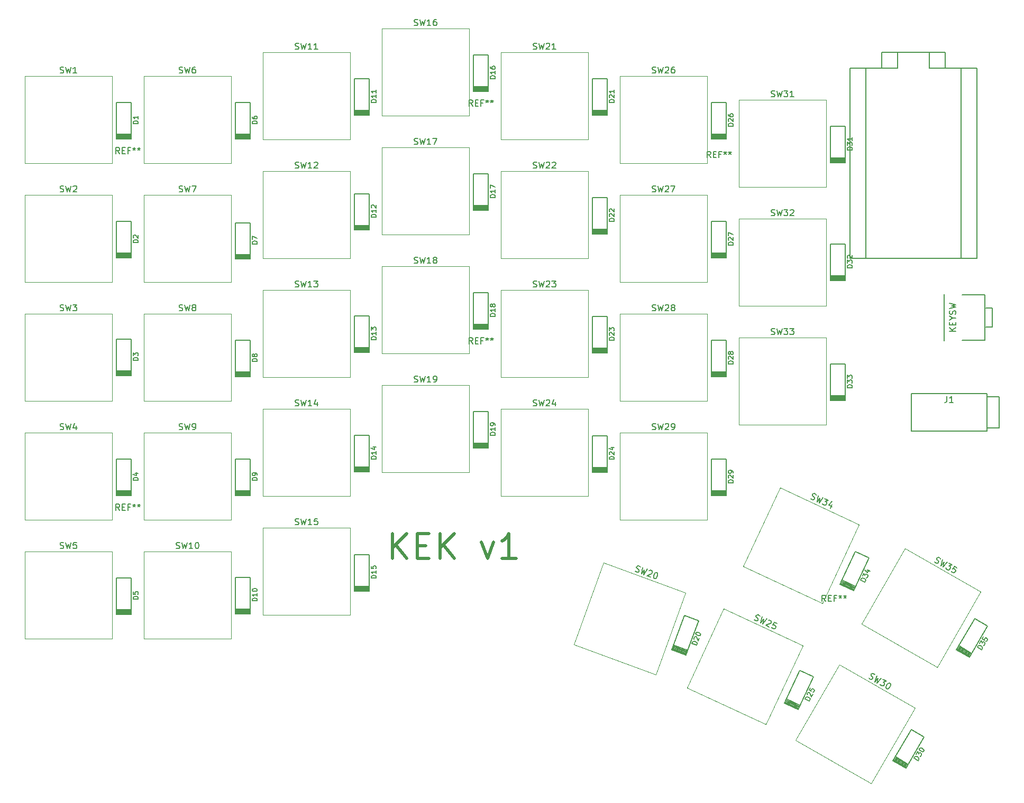
<source format=gto>
%TF.GenerationSoftware,KiCad,Pcbnew,(5.1.6)-1*%
%TF.CreationDate,2020-06-18T19:24:29+02:00*%
%TF.ProjectId,splitkb,73706c69-746b-4622-9e6b-696361645f70,rev?*%
%TF.SameCoordinates,Original*%
%TF.FileFunction,Legend,Top*%
%TF.FilePolarity,Positive*%
%FSLAX46Y46*%
G04 Gerber Fmt 4.6, Leading zero omitted, Abs format (unit mm)*
G04 Created by KiCad (PCBNEW (5.1.6)-1) date 2020-06-18 19:24:29*
%MOMM*%
%LPD*%
G01*
G04 APERTURE LIST*
%ADD10C,0.500000*%
%ADD11C,0.150000*%
%ADD12C,0.200000*%
%ADD13C,0.120000*%
G04 APERTURE END LIST*
D10*
X79776276Y-121189523D02*
X79776276Y-117189523D01*
X82061990Y-121189523D02*
X80347704Y-118903809D01*
X82061990Y-117189523D02*
X79776276Y-119475238D01*
X83776276Y-119094285D02*
X85109609Y-119094285D01*
X85681038Y-121189523D02*
X83776276Y-121189523D01*
X83776276Y-117189523D01*
X85681038Y-117189523D01*
X87395323Y-121189523D02*
X87395323Y-117189523D01*
X89681038Y-121189523D02*
X87966752Y-118903809D01*
X89681038Y-117189523D02*
X87395323Y-119475238D01*
X94061990Y-118522857D02*
X95014371Y-121189523D01*
X95966752Y-118522857D01*
X99585800Y-121189523D02*
X97300085Y-121189523D01*
X98442942Y-121189523D02*
X98442942Y-117189523D01*
X98061990Y-117760952D01*
X97681038Y-118141904D01*
X97300085Y-118332380D01*
D11*
%TO.C,U1*%
X173355000Y-73025000D02*
X155575000Y-73025000D01*
X173355000Y-42545000D02*
X173355000Y-73025000D01*
X168275000Y-42545000D02*
X173355000Y-42545000D01*
X168275000Y-40005000D02*
X168275000Y-42545000D01*
X160655000Y-40005000D02*
X168275000Y-40005000D01*
X160655000Y-42545000D02*
X160655000Y-40005000D01*
X155575000Y-42545000D02*
X160655000Y-42545000D01*
X155575000Y-42545000D02*
X155575000Y-73025000D01*
D12*
%TO.C,D35*%
X175079230Y-131958398D02*
X172179230Y-136981345D01*
X173000770Y-130758398D02*
X175079230Y-131958398D01*
X170100770Y-135781345D02*
X173000770Y-130758398D01*
X170138270Y-135716393D02*
X172216730Y-136916393D01*
X170200770Y-135608140D02*
X172279230Y-136808140D01*
X172166730Y-137002996D02*
X170088270Y-135802996D01*
X170288270Y-135456586D02*
X172366730Y-136656586D01*
X170375770Y-135305031D02*
X172454230Y-136505031D01*
X170463270Y-135153477D02*
X172541730Y-136353477D01*
%TO.C,D34*%
X156069831Y-121066511D02*
X153618646Y-126323096D01*
X153894693Y-120052227D02*
X156069831Y-121066511D01*
X151443507Y-125308812D02*
X153894693Y-120052227D01*
X151475203Y-125240839D02*
X153650342Y-126255123D01*
X151528031Y-125127551D02*
X153703169Y-126141835D01*
X153608080Y-126345754D02*
X151432941Y-125331470D01*
X151601989Y-124968947D02*
X153777127Y-125983231D01*
X151675947Y-124810343D02*
X153851086Y-125824627D01*
X151749905Y-124651739D02*
X153925044Y-125666023D01*
%TO.C,D33*%
X152330000Y-90000000D02*
X152330000Y-95800000D01*
X149930000Y-90000000D02*
X152330000Y-90000000D01*
X149930000Y-95800000D02*
X149930000Y-90000000D01*
X149930000Y-95725000D02*
X152330000Y-95725000D01*
X149930000Y-95600000D02*
X152330000Y-95600000D01*
X152330000Y-95825000D02*
X149930000Y-95825000D01*
X149930000Y-95425000D02*
X152330000Y-95425000D01*
X149930000Y-95250000D02*
X152330000Y-95250000D01*
X149930000Y-95075000D02*
X152330000Y-95075000D01*
%TO.C,D32*%
X152330000Y-70769660D02*
X152330000Y-76569660D01*
X149930000Y-70769660D02*
X152330000Y-70769660D01*
X149930000Y-76569660D02*
X149930000Y-70769660D01*
X149930000Y-76494660D02*
X152330000Y-76494660D01*
X149930000Y-76369660D02*
X152330000Y-76369660D01*
X152330000Y-76594660D02*
X149930000Y-76594660D01*
X149930000Y-76194660D02*
X152330000Y-76194660D01*
X149930000Y-76019660D02*
X152330000Y-76019660D01*
X149930000Y-75844660D02*
X152330000Y-75844660D01*
%TO.C,D31*%
X152330000Y-51900000D02*
X152330000Y-57700000D01*
X149930000Y-51900000D02*
X152330000Y-51900000D01*
X149930000Y-57700000D02*
X149930000Y-51900000D01*
X149930000Y-57625000D02*
X152330000Y-57625000D01*
X149930000Y-57500000D02*
X152330000Y-57500000D01*
X152330000Y-57725000D02*
X149930000Y-57725000D01*
X149930000Y-57325000D02*
X152330000Y-57325000D01*
X149930000Y-57150000D02*
X152330000Y-57150000D01*
X149930000Y-56975000D02*
X152330000Y-56975000D01*
%TO.C,D30*%
X164919230Y-149738398D02*
X162019230Y-154761345D01*
X162840770Y-148538398D02*
X164919230Y-149738398D01*
X159940770Y-153561345D02*
X162840770Y-148538398D01*
X159978270Y-153496393D02*
X162056730Y-154696393D01*
X160040770Y-153388140D02*
X162119230Y-154588140D01*
X162006730Y-154782996D02*
X159928270Y-153582996D01*
X160128270Y-153236586D02*
X162206730Y-154436586D01*
X160215770Y-153085031D02*
X162294230Y-154285031D01*
X160303270Y-152933477D02*
X162381730Y-154133477D01*
%TO.C,D29*%
X133280000Y-105240000D02*
X133280000Y-111040000D01*
X130880000Y-105240000D02*
X133280000Y-105240000D01*
X130880000Y-111040000D02*
X130880000Y-105240000D01*
X130880000Y-110965000D02*
X133280000Y-110965000D01*
X130880000Y-110840000D02*
X133280000Y-110840000D01*
X133280000Y-111065000D02*
X130880000Y-111065000D01*
X130880000Y-110665000D02*
X133280000Y-110665000D01*
X130880000Y-110490000D02*
X133280000Y-110490000D01*
X130880000Y-110315000D02*
X133280000Y-110315000D01*
%TO.C,D28*%
X133280000Y-86190000D02*
X133280000Y-91990000D01*
X130880000Y-86190000D02*
X133280000Y-86190000D01*
X130880000Y-91990000D02*
X130880000Y-86190000D01*
X130880000Y-91915000D02*
X133280000Y-91915000D01*
X130880000Y-91790000D02*
X133280000Y-91790000D01*
X133280000Y-92015000D02*
X130880000Y-92015000D01*
X130880000Y-91615000D02*
X133280000Y-91615000D01*
X130880000Y-91440000D02*
X133280000Y-91440000D01*
X130880000Y-91265000D02*
X133280000Y-91265000D01*
%TO.C,D27*%
X133280000Y-67140000D02*
X133280000Y-72940000D01*
X130880000Y-67140000D02*
X133280000Y-67140000D01*
X130880000Y-72940000D02*
X130880000Y-67140000D01*
X130880000Y-72865000D02*
X133280000Y-72865000D01*
X130880000Y-72740000D02*
X133280000Y-72740000D01*
X133280000Y-72965000D02*
X130880000Y-72965000D01*
X130880000Y-72565000D02*
X133280000Y-72565000D01*
X130880000Y-72390000D02*
X133280000Y-72390000D01*
X130880000Y-72215000D02*
X133280000Y-72215000D01*
%TO.C,D26*%
X133280000Y-48090000D02*
X133280000Y-53890000D01*
X130880000Y-48090000D02*
X133280000Y-48090000D01*
X130880000Y-53890000D02*
X130880000Y-48090000D01*
X130880000Y-53815000D02*
X133280000Y-53815000D01*
X130880000Y-53690000D02*
X133280000Y-53690000D01*
X133280000Y-53915000D02*
X130880000Y-53915000D01*
X130880000Y-53515000D02*
X133280000Y-53515000D01*
X130880000Y-53340000D02*
X133280000Y-53340000D01*
X130880000Y-53165000D02*
X133280000Y-53165000D01*
%TO.C,D25*%
X147179831Y-140111880D02*
X144728646Y-145368465D01*
X145004693Y-139097596D02*
X147179831Y-140111880D01*
X142553507Y-144354181D02*
X145004693Y-139097596D01*
X142585203Y-144286208D02*
X144760342Y-145300492D01*
X142638031Y-144172920D02*
X144813169Y-145187204D01*
X144718080Y-145391123D02*
X142542941Y-144376839D01*
X142711989Y-144014316D02*
X144887127Y-145028600D01*
X142785947Y-143855712D02*
X144961086Y-144869996D01*
X142859905Y-143697108D02*
X145035044Y-144711392D01*
%TO.C,D24*%
X114230000Y-101498920D02*
X114230000Y-107298920D01*
X111830000Y-101498920D02*
X114230000Y-101498920D01*
X111830000Y-107298920D02*
X111830000Y-101498920D01*
X111830000Y-107223920D02*
X114230000Y-107223920D01*
X111830000Y-107098920D02*
X114230000Y-107098920D01*
X114230000Y-107323920D02*
X111830000Y-107323920D01*
X111830000Y-106923920D02*
X114230000Y-106923920D01*
X111830000Y-106748920D02*
X114230000Y-106748920D01*
X111830000Y-106573920D02*
X114230000Y-106573920D01*
%TO.C,D23*%
X114230000Y-82380000D02*
X114230000Y-88180000D01*
X111830000Y-82380000D02*
X114230000Y-82380000D01*
X111830000Y-88180000D02*
X111830000Y-82380000D01*
X111830000Y-88105000D02*
X114230000Y-88105000D01*
X111830000Y-87980000D02*
X114230000Y-87980000D01*
X114230000Y-88205000D02*
X111830000Y-88205000D01*
X111830000Y-87805000D02*
X114230000Y-87805000D01*
X111830000Y-87630000D02*
X114230000Y-87630000D01*
X111830000Y-87455000D02*
X114230000Y-87455000D01*
%TO.C,D22*%
X114230000Y-63330000D02*
X114230000Y-69130000D01*
X111830000Y-63330000D02*
X114230000Y-63330000D01*
X111830000Y-69130000D02*
X111830000Y-63330000D01*
X111830000Y-69055000D02*
X114230000Y-69055000D01*
X111830000Y-68930000D02*
X114230000Y-68930000D01*
X114230000Y-69155000D02*
X111830000Y-69155000D01*
X111830000Y-68755000D02*
X114230000Y-68755000D01*
X111830000Y-68580000D02*
X114230000Y-68580000D01*
X111830000Y-68405000D02*
X114230000Y-68405000D01*
%TO.C,D21*%
X114230000Y-44280000D02*
X114230000Y-50080000D01*
X111830000Y-44280000D02*
X114230000Y-44280000D01*
X111830000Y-50080000D02*
X111830000Y-44280000D01*
X111830000Y-50005000D02*
X114230000Y-50005000D01*
X111830000Y-49880000D02*
X114230000Y-49880000D01*
X114230000Y-50105000D02*
X111830000Y-50105000D01*
X111830000Y-49705000D02*
X114230000Y-49705000D01*
X111830000Y-49530000D02*
X114230000Y-49530000D01*
X111830000Y-49355000D02*
X114230000Y-49355000D01*
%TO.C,D20*%
X128796834Y-131126455D02*
X126813117Y-136576672D01*
X126541571Y-130305606D02*
X128796834Y-131126455D01*
X124557854Y-135755824D02*
X126541571Y-130305606D01*
X124583506Y-135685347D02*
X126838768Y-136506195D01*
X124626258Y-135567885D02*
X126881521Y-136388734D01*
X126804566Y-136600164D02*
X124549304Y-135779316D01*
X124686112Y-135403439D02*
X126941374Y-136224287D01*
X124745966Y-135238993D02*
X127001228Y-136059841D01*
X124805819Y-135074547D02*
X127061081Y-135895395D01*
%TO.C,D19*%
X95180000Y-97620000D02*
X95180000Y-103420000D01*
X92780000Y-97620000D02*
X95180000Y-97620000D01*
X92780000Y-103420000D02*
X92780000Y-97620000D01*
X92780000Y-103345000D02*
X95180000Y-103345000D01*
X92780000Y-103220000D02*
X95180000Y-103220000D01*
X95180000Y-103445000D02*
X92780000Y-103445000D01*
X92780000Y-103045000D02*
X95180000Y-103045000D01*
X92780000Y-102870000D02*
X95180000Y-102870000D01*
X92780000Y-102695000D02*
X95180000Y-102695000D01*
%TO.C,D18*%
X95180000Y-78570000D02*
X95180000Y-84370000D01*
X92780000Y-78570000D02*
X95180000Y-78570000D01*
X92780000Y-84370000D02*
X92780000Y-78570000D01*
X92780000Y-84295000D02*
X95180000Y-84295000D01*
X92780000Y-84170000D02*
X95180000Y-84170000D01*
X95180000Y-84395000D02*
X92780000Y-84395000D01*
X92780000Y-83995000D02*
X95180000Y-83995000D01*
X92780000Y-83820000D02*
X95180000Y-83820000D01*
X92780000Y-83645000D02*
X95180000Y-83645000D01*
%TO.C,D17*%
X95180000Y-59520000D02*
X95180000Y-65320000D01*
X92780000Y-59520000D02*
X95180000Y-59520000D01*
X92780000Y-65320000D02*
X92780000Y-59520000D01*
X92780000Y-65245000D02*
X95180000Y-65245000D01*
X92780000Y-65120000D02*
X95180000Y-65120000D01*
X95180000Y-65345000D02*
X92780000Y-65345000D01*
X92780000Y-64945000D02*
X95180000Y-64945000D01*
X92780000Y-64770000D02*
X95180000Y-64770000D01*
X92780000Y-64595000D02*
X95180000Y-64595000D01*
%TO.C,D16*%
X95180000Y-40470000D02*
X95180000Y-46270000D01*
X92780000Y-40470000D02*
X95180000Y-40470000D01*
X92780000Y-46270000D02*
X92780000Y-40470000D01*
X92780000Y-46195000D02*
X95180000Y-46195000D01*
X92780000Y-46070000D02*
X95180000Y-46070000D01*
X95180000Y-46295000D02*
X92780000Y-46295000D01*
X92780000Y-45895000D02*
X95180000Y-45895000D01*
X92780000Y-45720000D02*
X95180000Y-45720000D01*
X92780000Y-45545000D02*
X95180000Y-45545000D01*
%TO.C,D15*%
X76130000Y-120550000D02*
X76130000Y-126350000D01*
X73730000Y-120550000D02*
X76130000Y-120550000D01*
X73730000Y-126350000D02*
X73730000Y-120550000D01*
X73730000Y-126275000D02*
X76130000Y-126275000D01*
X73730000Y-126150000D02*
X76130000Y-126150000D01*
X76130000Y-126375000D02*
X73730000Y-126375000D01*
X73730000Y-125975000D02*
X76130000Y-125975000D01*
X73730000Y-125800000D02*
X76130000Y-125800000D01*
X73730000Y-125625000D02*
X76130000Y-125625000D01*
%TO.C,D14*%
X76130000Y-101430000D02*
X76130000Y-107230000D01*
X73730000Y-101430000D02*
X76130000Y-101430000D01*
X73730000Y-107230000D02*
X73730000Y-101430000D01*
X73730000Y-107155000D02*
X76130000Y-107155000D01*
X73730000Y-107030000D02*
X76130000Y-107030000D01*
X76130000Y-107255000D02*
X73730000Y-107255000D01*
X73730000Y-106855000D02*
X76130000Y-106855000D01*
X73730000Y-106680000D02*
X76130000Y-106680000D01*
X73730000Y-106505000D02*
X76130000Y-106505000D01*
%TO.C,D13*%
X76130000Y-82303800D02*
X76130000Y-88103800D01*
X73730000Y-82303800D02*
X76130000Y-82303800D01*
X73730000Y-88103800D02*
X73730000Y-82303800D01*
X73730000Y-88028800D02*
X76130000Y-88028800D01*
X73730000Y-87903800D02*
X76130000Y-87903800D01*
X76130000Y-88128800D02*
X73730000Y-88128800D01*
X73730000Y-87728800D02*
X76130000Y-87728800D01*
X73730000Y-87553800D02*
X76130000Y-87553800D01*
X73730000Y-87378800D02*
X76130000Y-87378800D01*
%TO.C,D12*%
X76130000Y-62695000D02*
X76130000Y-68495000D01*
X73730000Y-62695000D02*
X76130000Y-62695000D01*
X73730000Y-68495000D02*
X73730000Y-62695000D01*
X73730000Y-68420000D02*
X76130000Y-68420000D01*
X73730000Y-68295000D02*
X76130000Y-68295000D01*
X76130000Y-68520000D02*
X73730000Y-68520000D01*
X73730000Y-68120000D02*
X76130000Y-68120000D01*
X73730000Y-67945000D02*
X76130000Y-67945000D01*
X73730000Y-67770000D02*
X76130000Y-67770000D01*
%TO.C,D11*%
X76130000Y-44280000D02*
X76130000Y-50080000D01*
X73730000Y-44280000D02*
X76130000Y-44280000D01*
X73730000Y-50080000D02*
X73730000Y-44280000D01*
X73730000Y-50005000D02*
X76130000Y-50005000D01*
X73730000Y-49880000D02*
X76130000Y-49880000D01*
X76130000Y-50105000D02*
X73730000Y-50105000D01*
X73730000Y-49705000D02*
X76130000Y-49705000D01*
X73730000Y-49530000D02*
X76130000Y-49530000D01*
X73730000Y-49355000D02*
X76130000Y-49355000D01*
%TO.C,D10*%
X57080000Y-124188400D02*
X57080000Y-129988400D01*
X54680000Y-124188400D02*
X57080000Y-124188400D01*
X54680000Y-129988400D02*
X54680000Y-124188400D01*
X54680000Y-129913400D02*
X57080000Y-129913400D01*
X54680000Y-129788400D02*
X57080000Y-129788400D01*
X57080000Y-130013400D02*
X54680000Y-130013400D01*
X54680000Y-129613400D02*
X57080000Y-129613400D01*
X54680000Y-129438400D02*
X57080000Y-129438400D01*
X54680000Y-129263400D02*
X57080000Y-129263400D01*
%TO.C,D9*%
X57080000Y-105240000D02*
X57080000Y-111040000D01*
X54680000Y-105240000D02*
X57080000Y-105240000D01*
X54680000Y-111040000D02*
X54680000Y-105240000D01*
X54680000Y-110965000D02*
X57080000Y-110965000D01*
X54680000Y-110840000D02*
X57080000Y-110840000D01*
X57080000Y-111065000D02*
X54680000Y-111065000D01*
X54680000Y-110665000D02*
X57080000Y-110665000D01*
X54680000Y-110490000D02*
X57080000Y-110490000D01*
X54680000Y-110315000D02*
X57080000Y-110315000D01*
%TO.C,D8*%
X57080000Y-86190000D02*
X57080000Y-91990000D01*
X54680000Y-86190000D02*
X57080000Y-86190000D01*
X54680000Y-91990000D02*
X54680000Y-86190000D01*
X54680000Y-91915000D02*
X57080000Y-91915000D01*
X54680000Y-91790000D02*
X57080000Y-91790000D01*
X57080000Y-92015000D02*
X54680000Y-92015000D01*
X54680000Y-91615000D02*
X57080000Y-91615000D01*
X54680000Y-91440000D02*
X57080000Y-91440000D01*
X54680000Y-91265000D02*
X57080000Y-91265000D01*
%TO.C,D7*%
X57080000Y-67355900D02*
X57080000Y-73155900D01*
X54680000Y-67355900D02*
X57080000Y-67355900D01*
X54680000Y-73155900D02*
X54680000Y-67355900D01*
X54680000Y-73080900D02*
X57080000Y-73080900D01*
X54680000Y-72955900D02*
X57080000Y-72955900D01*
X57080000Y-73180900D02*
X54680000Y-73180900D01*
X54680000Y-72780900D02*
X57080000Y-72780900D01*
X54680000Y-72605900D02*
X57080000Y-72605900D01*
X54680000Y-72430900D02*
X57080000Y-72430900D01*
%TO.C,D6*%
X57080000Y-48090000D02*
X57080000Y-53890000D01*
X54680000Y-48090000D02*
X57080000Y-48090000D01*
X54680000Y-53890000D02*
X54680000Y-48090000D01*
X54680000Y-53815000D02*
X57080000Y-53815000D01*
X54680000Y-53690000D02*
X57080000Y-53690000D01*
X57080000Y-53915000D02*
X54680000Y-53915000D01*
X54680000Y-53515000D02*
X57080000Y-53515000D01*
X54680000Y-53340000D02*
X57080000Y-53340000D01*
X54680000Y-53165000D02*
X57080000Y-53165000D01*
%TO.C,D5*%
X38030000Y-124290000D02*
X38030000Y-130090000D01*
X35630000Y-124290000D02*
X38030000Y-124290000D01*
X35630000Y-130090000D02*
X35630000Y-124290000D01*
X35630000Y-130015000D02*
X38030000Y-130015000D01*
X35630000Y-129890000D02*
X38030000Y-129890000D01*
X38030000Y-130115000D02*
X35630000Y-130115000D01*
X35630000Y-129715000D02*
X38030000Y-129715000D01*
X35630000Y-129540000D02*
X38030000Y-129540000D01*
X35630000Y-129365000D02*
X38030000Y-129365000D01*
%TO.C,D4*%
X38030000Y-105240000D02*
X38030000Y-111040000D01*
X35630000Y-105240000D02*
X38030000Y-105240000D01*
X35630000Y-111040000D02*
X35630000Y-105240000D01*
X35630000Y-110965000D02*
X38030000Y-110965000D01*
X35630000Y-110840000D02*
X38030000Y-110840000D01*
X38030000Y-111065000D02*
X35630000Y-111065000D01*
X35630000Y-110665000D02*
X38030000Y-110665000D01*
X35630000Y-110490000D02*
X38030000Y-110490000D01*
X35630000Y-110315000D02*
X38030000Y-110315000D01*
%TO.C,D3*%
X38030000Y-86010000D02*
X38030000Y-91810000D01*
X35630000Y-86010000D02*
X38030000Y-86010000D01*
X35630000Y-91810000D02*
X35630000Y-86010000D01*
X35630000Y-91735000D02*
X38030000Y-91735000D01*
X35630000Y-91610000D02*
X38030000Y-91610000D01*
X38030000Y-91835000D02*
X35630000Y-91835000D01*
X35630000Y-91435000D02*
X38030000Y-91435000D01*
X35630000Y-91260000D02*
X38030000Y-91260000D01*
X35630000Y-91085000D02*
X38030000Y-91085000D01*
%TO.C,D2*%
X38030000Y-67140000D02*
X38030000Y-72940000D01*
X35630000Y-67140000D02*
X38030000Y-67140000D01*
X35630000Y-72940000D02*
X35630000Y-67140000D01*
X35630000Y-72865000D02*
X38030000Y-72865000D01*
X35630000Y-72740000D02*
X38030000Y-72740000D01*
X38030000Y-72965000D02*
X35630000Y-72965000D01*
X35630000Y-72565000D02*
X38030000Y-72565000D01*
X35630000Y-72390000D02*
X38030000Y-72390000D01*
X35630000Y-72215000D02*
X38030000Y-72215000D01*
%TO.C,D1*%
X38030000Y-48090000D02*
X38030000Y-53890000D01*
X35630000Y-48090000D02*
X38030000Y-48090000D01*
X35630000Y-53890000D02*
X35630000Y-48090000D01*
X35630000Y-53815000D02*
X38030000Y-53815000D01*
X35630000Y-53690000D02*
X38030000Y-53690000D01*
X38030000Y-53915000D02*
X35630000Y-53915000D01*
X35630000Y-53515000D02*
X38030000Y-53515000D01*
X35630000Y-53340000D02*
X38030000Y-53340000D01*
X35630000Y-53165000D02*
X38030000Y-53165000D01*
D13*
%TO.C,SW23*%
X97155000Y-92075000D02*
X97155000Y-78105000D01*
X111125000Y-92075000D02*
X97155000Y-92075000D01*
X111125000Y-78105000D02*
X111125000Y-92075000D01*
X97155000Y-78105000D02*
X111125000Y-78105000D01*
D11*
%TO.C,K1*%
X174635000Y-78900000D02*
X171035000Y-78900000D01*
X174635000Y-86200000D02*
X174635000Y-78900000D01*
X171035000Y-86200000D02*
X174635000Y-86200000D01*
X168085000Y-86300000D02*
X168085000Y-78800000D01*
X175835000Y-81050000D02*
X174835000Y-81050000D01*
X175835000Y-84050000D02*
X175835000Y-81050000D01*
X174835000Y-84050000D02*
X175835000Y-84050000D01*
%TO.C,U1*%
X153035000Y-73025000D02*
X170815000Y-73025000D01*
X170815000Y-73025000D02*
X170815000Y-42545000D01*
X170815000Y-42545000D02*
X165735000Y-42545000D01*
X165735000Y-42545000D02*
X165735000Y-40005000D01*
X165735000Y-40005000D02*
X158115000Y-40005000D01*
X158115000Y-40005000D02*
X158115000Y-42545000D01*
X158115000Y-42545000D02*
X153035000Y-42545000D01*
X153035000Y-42545000D02*
X153035000Y-73025000D01*
D13*
%TO.C,SW35*%
X154908008Y-131619296D02*
X161893008Y-119520922D01*
X167006383Y-138604296D02*
X154908008Y-131619296D01*
X173991383Y-126505922D02*
X167006383Y-138604296D01*
X161893008Y-119520922D02*
X173991383Y-126505922D01*
%TO.C,SW34*%
X141854706Y-109792645D02*
X154515826Y-115696622D01*
X154515826Y-115696622D02*
X148611849Y-128357742D01*
X148611849Y-128357742D02*
X135950729Y-122453765D01*
X135950729Y-122453765D02*
X141854706Y-109792645D01*
%TO.C,SW33*%
X135255000Y-99695000D02*
X135255000Y-85725000D01*
X149225000Y-99695000D02*
X135255000Y-99695000D01*
X149225000Y-85725000D02*
X149225000Y-99695000D01*
X135255000Y-85725000D02*
X149225000Y-85725000D01*
%TO.C,SW32*%
X135255000Y-80645000D02*
X135255000Y-66675000D01*
X149225000Y-80645000D02*
X135255000Y-80645000D01*
X149225000Y-66675000D02*
X149225000Y-80645000D01*
X135255000Y-66675000D02*
X149225000Y-66675000D01*
%TO.C,SW31*%
X135255000Y-61595000D02*
X135255000Y-47625000D01*
X149225000Y-61595000D02*
X135255000Y-61595000D01*
X149225000Y-47625000D02*
X149225000Y-61595000D01*
X135255000Y-47625000D02*
X149225000Y-47625000D01*
%TO.C,SW30*%
X144367008Y-150237496D02*
X151352008Y-138139122D01*
X156465383Y-157222496D02*
X144367008Y-150237496D01*
X163450383Y-145124122D02*
X156465383Y-157222496D01*
X151352008Y-138139122D02*
X163450383Y-145124122D01*
%TO.C,SW29*%
X116205000Y-114935000D02*
X116205000Y-100965000D01*
X130175000Y-114935000D02*
X116205000Y-114935000D01*
X130175000Y-100965000D02*
X130175000Y-114935000D01*
X116205000Y-100965000D02*
X130175000Y-100965000D01*
%TO.C,SW28*%
X116205000Y-95885000D02*
X116205000Y-81915000D01*
X130175000Y-95885000D02*
X116205000Y-95885000D01*
X130175000Y-81915000D02*
X130175000Y-95885000D01*
X116205000Y-81915000D02*
X130175000Y-81915000D01*
%TO.C,SW27*%
X116205000Y-76835000D02*
X116205000Y-62865000D01*
X130175000Y-76835000D02*
X116205000Y-76835000D01*
X130175000Y-62865000D02*
X130175000Y-76835000D01*
X116205000Y-62865000D02*
X130175000Y-62865000D01*
%TO.C,SW26*%
X116205000Y-57785000D02*
X116205000Y-43815000D01*
X130175000Y-57785000D02*
X116205000Y-57785000D01*
X130175000Y-43815000D02*
X130175000Y-57785000D01*
X116205000Y-43815000D02*
X130175000Y-43815000D01*
%TO.C,SW25*%
X126933729Y-141859365D02*
X132837706Y-129198245D01*
X139594849Y-147763342D02*
X126933729Y-141859365D01*
X145498826Y-135102222D02*
X139594849Y-147763342D01*
X132837706Y-129198245D02*
X145498826Y-135102222D01*
%TO.C,SW24*%
X97155000Y-111125000D02*
X97155000Y-97155000D01*
X111125000Y-111125000D02*
X97155000Y-111125000D01*
X111125000Y-97155000D02*
X111125000Y-111125000D01*
X97155000Y-97155000D02*
X111125000Y-97155000D01*
%TO.C,SW22*%
X97155000Y-73025000D02*
X97155000Y-59055000D01*
X111125000Y-73025000D02*
X97155000Y-73025000D01*
X111125000Y-59055000D02*
X111125000Y-73025000D01*
X97155000Y-59055000D02*
X111125000Y-59055000D01*
%TO.C,SW21*%
X97155000Y-53975000D02*
X97155000Y-40005000D01*
X111125000Y-53975000D02*
X97155000Y-53975000D01*
X111125000Y-40005000D02*
X111125000Y-53975000D01*
X97155000Y-40005000D02*
X111125000Y-40005000D01*
%TO.C,SW20*%
X108842955Y-134984743D02*
X113620976Y-121857237D01*
X121970461Y-139762764D02*
X108842955Y-134984743D01*
X126748482Y-126635258D02*
X121970461Y-139762764D01*
X113620976Y-121857237D02*
X126748482Y-126635258D01*
%TO.C,SW19*%
X78105000Y-107315000D02*
X78105000Y-93345000D01*
X92075000Y-107315000D02*
X78105000Y-107315000D01*
X92075000Y-93345000D02*
X92075000Y-107315000D01*
X78105000Y-93345000D02*
X92075000Y-93345000D01*
%TO.C,SW18*%
X78105000Y-88265000D02*
X78105000Y-74295000D01*
X92075000Y-88265000D02*
X78105000Y-88265000D01*
X92075000Y-74295000D02*
X92075000Y-88265000D01*
X78105000Y-74295000D02*
X92075000Y-74295000D01*
%TO.C,SW17*%
X78105000Y-69215000D02*
X78105000Y-55245000D01*
X92075000Y-69215000D02*
X78105000Y-69215000D01*
X92075000Y-55245000D02*
X92075000Y-69215000D01*
X78105000Y-55245000D02*
X92075000Y-55245000D01*
%TO.C,SW16*%
X78105000Y-50165000D02*
X78105000Y-36195000D01*
X92075000Y-50165000D02*
X78105000Y-50165000D01*
X92075000Y-36195000D02*
X92075000Y-50165000D01*
X78105000Y-36195000D02*
X92075000Y-36195000D01*
%TO.C,SW15*%
X59055000Y-130175000D02*
X59055000Y-116205000D01*
X73025000Y-130175000D02*
X59055000Y-130175000D01*
X73025000Y-116205000D02*
X73025000Y-130175000D01*
X59055000Y-116205000D02*
X73025000Y-116205000D01*
%TO.C,SW14*%
X59055000Y-111125000D02*
X59055000Y-97155000D01*
X73025000Y-111125000D02*
X59055000Y-111125000D01*
X73025000Y-97155000D02*
X73025000Y-111125000D01*
X59055000Y-97155000D02*
X73025000Y-97155000D01*
%TO.C,SW13*%
X59055000Y-92075000D02*
X59055000Y-78105000D01*
X73025000Y-92075000D02*
X59055000Y-92075000D01*
X73025000Y-78105000D02*
X73025000Y-92075000D01*
X59055000Y-78105000D02*
X73025000Y-78105000D01*
%TO.C,SW12*%
X59055000Y-73025000D02*
X59055000Y-59055000D01*
X73025000Y-73025000D02*
X59055000Y-73025000D01*
X73025000Y-59055000D02*
X73025000Y-73025000D01*
X59055000Y-59055000D02*
X73025000Y-59055000D01*
%TO.C,SW11*%
X59055000Y-53975000D02*
X59055000Y-40005000D01*
X73025000Y-53975000D02*
X59055000Y-53975000D01*
X73025000Y-40005000D02*
X73025000Y-53975000D01*
X59055000Y-40005000D02*
X73025000Y-40005000D01*
%TO.C,SW10*%
X40005000Y-133985000D02*
X40005000Y-120015000D01*
X53975000Y-133985000D02*
X40005000Y-133985000D01*
X53975000Y-120015000D02*
X53975000Y-133985000D01*
X40005000Y-120015000D02*
X53975000Y-120015000D01*
%TO.C,SW9*%
X40005000Y-114935000D02*
X40005000Y-100965000D01*
X53975000Y-114935000D02*
X40005000Y-114935000D01*
X53975000Y-100965000D02*
X53975000Y-114935000D01*
X40005000Y-100965000D02*
X53975000Y-100965000D01*
%TO.C,SW8*%
X40005000Y-95885000D02*
X40005000Y-81915000D01*
X53975000Y-95885000D02*
X40005000Y-95885000D01*
X53975000Y-81915000D02*
X53975000Y-95885000D01*
X40005000Y-81915000D02*
X53975000Y-81915000D01*
%TO.C,SW7*%
X40005000Y-76835000D02*
X40005000Y-62865000D01*
X53975000Y-76835000D02*
X40005000Y-76835000D01*
X53975000Y-62865000D02*
X53975000Y-76835000D01*
X40005000Y-62865000D02*
X53975000Y-62865000D01*
%TO.C,SW6*%
X40005000Y-57785000D02*
X40005000Y-43815000D01*
X53975000Y-57785000D02*
X40005000Y-57785000D01*
X53975000Y-43815000D02*
X53975000Y-57785000D01*
X40005000Y-43815000D02*
X53975000Y-43815000D01*
%TO.C,SW5*%
X20955000Y-133985000D02*
X20955000Y-120015000D01*
X34925000Y-133985000D02*
X20955000Y-133985000D01*
X34925000Y-120015000D02*
X34925000Y-133985000D01*
X20955000Y-120015000D02*
X34925000Y-120015000D01*
%TO.C,SW4*%
X20955000Y-114935000D02*
X20955000Y-100965000D01*
X34925000Y-114935000D02*
X20955000Y-114935000D01*
X34925000Y-100965000D02*
X34925000Y-114935000D01*
X20955000Y-100965000D02*
X34925000Y-100965000D01*
%TO.C,SW3*%
X20955000Y-95885000D02*
X20955000Y-81915000D01*
X34925000Y-95885000D02*
X20955000Y-95885000D01*
X34925000Y-81915000D02*
X34925000Y-95885000D01*
X20955000Y-81915000D02*
X34925000Y-81915000D01*
%TO.C,SW2*%
X20955000Y-76835000D02*
X20955000Y-62865000D01*
X34925000Y-76835000D02*
X20955000Y-76835000D01*
X34925000Y-62865000D02*
X34925000Y-76835000D01*
X20955000Y-62865000D02*
X34925000Y-62865000D01*
%TO.C,SW1*%
X20955000Y-57785000D02*
X20955000Y-43815000D01*
X34925000Y-57785000D02*
X20955000Y-57785000D01*
X34925000Y-43815000D02*
X34925000Y-57785000D01*
X20955000Y-43815000D02*
X34925000Y-43815000D01*
D11*
%TO.C,J1*%
X174960000Y-100740000D02*
X162860000Y-100740000D01*
X174960000Y-94740000D02*
X174960000Y-100740000D01*
X162860000Y-94740000D02*
X174960000Y-94740000D01*
X162860000Y-100740000D02*
X162860000Y-94740000D01*
X176960000Y-100240000D02*
X174960000Y-100240000D01*
X176960000Y-95240000D02*
X174960000Y-95240000D01*
X176960000Y-100240000D02*
X176960000Y-95240000D01*
%TO.C,REF\u002A\u002A*%
X36131666Y-113427380D02*
X35798333Y-112951190D01*
X35560238Y-113427380D02*
X35560238Y-112427380D01*
X35941190Y-112427380D01*
X36036428Y-112475000D01*
X36084047Y-112522619D01*
X36131666Y-112617857D01*
X36131666Y-112760714D01*
X36084047Y-112855952D01*
X36036428Y-112903571D01*
X35941190Y-112951190D01*
X35560238Y-112951190D01*
X36560238Y-112903571D02*
X36893571Y-112903571D01*
X37036428Y-113427380D02*
X36560238Y-113427380D01*
X36560238Y-112427380D01*
X37036428Y-112427380D01*
X37798333Y-112903571D02*
X37465000Y-112903571D01*
X37465000Y-113427380D02*
X37465000Y-112427380D01*
X37941190Y-112427380D01*
X38465000Y-112427380D02*
X38465000Y-112665476D01*
X38226904Y-112570238D02*
X38465000Y-112665476D01*
X38703095Y-112570238D01*
X38322142Y-112855952D02*
X38465000Y-112665476D01*
X38607857Y-112855952D01*
X39226904Y-112427380D02*
X39226904Y-112665476D01*
X38988809Y-112570238D02*
X39226904Y-112665476D01*
X39465000Y-112570238D01*
X39084047Y-112855952D02*
X39226904Y-112665476D01*
X39369761Y-112855952D01*
X36131666Y-56277380D02*
X35798333Y-55801190D01*
X35560238Y-56277380D02*
X35560238Y-55277380D01*
X35941190Y-55277380D01*
X36036428Y-55325000D01*
X36084047Y-55372619D01*
X36131666Y-55467857D01*
X36131666Y-55610714D01*
X36084047Y-55705952D01*
X36036428Y-55753571D01*
X35941190Y-55801190D01*
X35560238Y-55801190D01*
X36560238Y-55753571D02*
X36893571Y-55753571D01*
X37036428Y-56277380D02*
X36560238Y-56277380D01*
X36560238Y-55277380D01*
X37036428Y-55277380D01*
X37798333Y-55753571D02*
X37465000Y-55753571D01*
X37465000Y-56277380D02*
X37465000Y-55277380D01*
X37941190Y-55277380D01*
X38465000Y-55277380D02*
X38465000Y-55515476D01*
X38226904Y-55420238D02*
X38465000Y-55515476D01*
X38703095Y-55420238D01*
X38322142Y-55705952D02*
X38465000Y-55515476D01*
X38607857Y-55705952D01*
X39226904Y-55277380D02*
X39226904Y-55515476D01*
X38988809Y-55420238D02*
X39226904Y-55515476D01*
X39465000Y-55420238D01*
X39084047Y-55705952D02*
X39226904Y-55515476D01*
X39369761Y-55705952D01*
X92646666Y-86757380D02*
X92313333Y-86281190D01*
X92075238Y-86757380D02*
X92075238Y-85757380D01*
X92456190Y-85757380D01*
X92551428Y-85805000D01*
X92599047Y-85852619D01*
X92646666Y-85947857D01*
X92646666Y-86090714D01*
X92599047Y-86185952D01*
X92551428Y-86233571D01*
X92456190Y-86281190D01*
X92075238Y-86281190D01*
X93075238Y-86233571D02*
X93408571Y-86233571D01*
X93551428Y-86757380D02*
X93075238Y-86757380D01*
X93075238Y-85757380D01*
X93551428Y-85757380D01*
X94313333Y-86233571D02*
X93980000Y-86233571D01*
X93980000Y-86757380D02*
X93980000Y-85757380D01*
X94456190Y-85757380D01*
X94980000Y-85757380D02*
X94980000Y-85995476D01*
X94741904Y-85900238D02*
X94980000Y-85995476D01*
X95218095Y-85900238D01*
X94837142Y-86185952D02*
X94980000Y-85995476D01*
X95122857Y-86185952D01*
X95741904Y-85757380D02*
X95741904Y-85995476D01*
X95503809Y-85900238D02*
X95741904Y-85995476D01*
X95980000Y-85900238D01*
X95599047Y-86185952D02*
X95741904Y-85995476D01*
X95884761Y-86185952D01*
X92646666Y-48657380D02*
X92313333Y-48181190D01*
X92075238Y-48657380D02*
X92075238Y-47657380D01*
X92456190Y-47657380D01*
X92551428Y-47705000D01*
X92599047Y-47752619D01*
X92646666Y-47847857D01*
X92646666Y-47990714D01*
X92599047Y-48085952D01*
X92551428Y-48133571D01*
X92456190Y-48181190D01*
X92075238Y-48181190D01*
X93075238Y-48133571D02*
X93408571Y-48133571D01*
X93551428Y-48657380D02*
X93075238Y-48657380D01*
X93075238Y-47657380D01*
X93551428Y-47657380D01*
X94313333Y-48133571D02*
X93980000Y-48133571D01*
X93980000Y-48657380D02*
X93980000Y-47657380D01*
X94456190Y-47657380D01*
X94980000Y-47657380D02*
X94980000Y-47895476D01*
X94741904Y-47800238D02*
X94980000Y-47895476D01*
X95218095Y-47800238D01*
X94837142Y-48085952D02*
X94980000Y-47895476D01*
X95122857Y-48085952D01*
X95741904Y-47657380D02*
X95741904Y-47895476D01*
X95503809Y-47800238D02*
X95741904Y-47895476D01*
X95980000Y-47800238D01*
X95599047Y-48085952D02*
X95741904Y-47895476D01*
X95884761Y-48085952D01*
X130746666Y-56912380D02*
X130413333Y-56436190D01*
X130175238Y-56912380D02*
X130175238Y-55912380D01*
X130556190Y-55912380D01*
X130651428Y-55960000D01*
X130699047Y-56007619D01*
X130746666Y-56102857D01*
X130746666Y-56245714D01*
X130699047Y-56340952D01*
X130651428Y-56388571D01*
X130556190Y-56436190D01*
X130175238Y-56436190D01*
X131175238Y-56388571D02*
X131508571Y-56388571D01*
X131651428Y-56912380D02*
X131175238Y-56912380D01*
X131175238Y-55912380D01*
X131651428Y-55912380D01*
X132413333Y-56388571D02*
X132080000Y-56388571D01*
X132080000Y-56912380D02*
X132080000Y-55912380D01*
X132556190Y-55912380D01*
X133080000Y-55912380D02*
X133080000Y-56150476D01*
X132841904Y-56055238D02*
X133080000Y-56150476D01*
X133318095Y-56055238D01*
X132937142Y-56340952D02*
X133080000Y-56150476D01*
X133222857Y-56340952D01*
X133841904Y-55912380D02*
X133841904Y-56150476D01*
X133603809Y-56055238D02*
X133841904Y-56150476D01*
X134080000Y-56055238D01*
X133699047Y-56340952D02*
X133841904Y-56150476D01*
X133984761Y-56340952D01*
X149161666Y-128032380D02*
X148828333Y-127556190D01*
X148590238Y-128032380D02*
X148590238Y-127032380D01*
X148971190Y-127032380D01*
X149066428Y-127080000D01*
X149114047Y-127127619D01*
X149161666Y-127222857D01*
X149161666Y-127365714D01*
X149114047Y-127460952D01*
X149066428Y-127508571D01*
X148971190Y-127556190D01*
X148590238Y-127556190D01*
X149590238Y-127508571D02*
X149923571Y-127508571D01*
X150066428Y-128032380D02*
X149590238Y-128032380D01*
X149590238Y-127032380D01*
X150066428Y-127032380D01*
X150828333Y-127508571D02*
X150495000Y-127508571D01*
X150495000Y-128032380D02*
X150495000Y-127032380D01*
X150971190Y-127032380D01*
X151495000Y-127032380D02*
X151495000Y-127270476D01*
X151256904Y-127175238D02*
X151495000Y-127270476D01*
X151733095Y-127175238D01*
X151352142Y-127460952D02*
X151495000Y-127270476D01*
X151637857Y-127460952D01*
X152256904Y-127032380D02*
X152256904Y-127270476D01*
X152018809Y-127175238D02*
X152256904Y-127270476D01*
X152495000Y-127175238D01*
X152114047Y-127460952D02*
X152256904Y-127270476D01*
X152399761Y-127460952D01*
%TO.C,D35*%
X174134803Y-135768003D02*
X173441983Y-135368003D01*
X173537221Y-135203045D01*
X173627355Y-135123119D01*
X173731433Y-135095231D01*
X173816464Y-135100335D01*
X173967477Y-135143534D01*
X174066451Y-135200677D01*
X174179370Y-135309859D01*
X174226305Y-135380945D01*
X174254192Y-135485024D01*
X174230041Y-135603045D01*
X174134803Y-135768003D01*
X173803887Y-134741165D02*
X174051506Y-134312276D01*
X174182105Y-134695598D01*
X174239247Y-134596623D01*
X174310334Y-134549688D01*
X174362373Y-134535744D01*
X174447404Y-134540848D01*
X174612361Y-134636086D01*
X174659296Y-134707173D01*
X174673240Y-134759212D01*
X174668136Y-134844242D01*
X174553851Y-135042191D01*
X174482764Y-135089126D01*
X174430725Y-135103070D01*
X174413411Y-133685439D02*
X174222935Y-134015353D01*
X174533802Y-134238821D01*
X174519858Y-134186782D01*
X174524962Y-134101752D01*
X174620200Y-133936794D01*
X174691287Y-133889859D01*
X174743326Y-133875915D01*
X174828356Y-133881019D01*
X174993313Y-133976257D01*
X175040249Y-134047344D01*
X175054192Y-134099383D01*
X175049089Y-134184413D01*
X174953851Y-134349371D01*
X174882764Y-134396306D01*
X174830725Y-134410250D01*
%TO.C,D34*%
X155461026Y-124943931D02*
X154735980Y-124605837D01*
X154816479Y-124433207D01*
X154899304Y-124345728D01*
X155000555Y-124308876D01*
X155085707Y-124306549D01*
X155239911Y-124336422D01*
X155343489Y-124384722D01*
X155465493Y-124483647D01*
X155518446Y-124550372D01*
X155555298Y-124651624D01*
X155541525Y-124771301D01*
X155461026Y-124943931D01*
X155041875Y-123949843D02*
X155251172Y-123501004D01*
X155414682Y-123871484D01*
X155462981Y-123767906D01*
X155529706Y-123714954D01*
X155580332Y-123696528D01*
X155665484Y-123694201D01*
X155838114Y-123774700D01*
X155891066Y-123841426D01*
X155909492Y-123892051D01*
X155911819Y-123977203D01*
X155815221Y-124184359D01*
X155748495Y-124237311D01*
X155697869Y-124255738D01*
X155782649Y-122992234D02*
X156266013Y-123217631D01*
X155425942Y-123036066D02*
X155863334Y-123450193D01*
X156072630Y-123001355D01*
%TO.C,D33*%
X153416904Y-93771428D02*
X152616904Y-93771428D01*
X152616904Y-93580952D01*
X152655000Y-93466666D01*
X152731190Y-93390476D01*
X152807380Y-93352380D01*
X152959761Y-93314285D01*
X153074047Y-93314285D01*
X153226428Y-93352380D01*
X153302619Y-93390476D01*
X153378809Y-93466666D01*
X153416904Y-93580952D01*
X153416904Y-93771428D01*
X152616904Y-93047619D02*
X152616904Y-92552380D01*
X152921666Y-92819047D01*
X152921666Y-92704761D01*
X152959761Y-92628571D01*
X152997857Y-92590476D01*
X153074047Y-92552380D01*
X153264523Y-92552380D01*
X153340714Y-92590476D01*
X153378809Y-92628571D01*
X153416904Y-92704761D01*
X153416904Y-92933333D01*
X153378809Y-93009523D01*
X153340714Y-93047619D01*
X152616904Y-92285714D02*
X152616904Y-91790476D01*
X152921666Y-92057142D01*
X152921666Y-91942857D01*
X152959761Y-91866666D01*
X152997857Y-91828571D01*
X153074047Y-91790476D01*
X153264523Y-91790476D01*
X153340714Y-91828571D01*
X153378809Y-91866666D01*
X153416904Y-91942857D01*
X153416904Y-92171428D01*
X153378809Y-92247619D01*
X153340714Y-92285714D01*
%TO.C,D32*%
X153416904Y-74541088D02*
X152616904Y-74541088D01*
X152616904Y-74350612D01*
X152655000Y-74236326D01*
X152731190Y-74160136D01*
X152807380Y-74122040D01*
X152959761Y-74083945D01*
X153074047Y-74083945D01*
X153226428Y-74122040D01*
X153302619Y-74160136D01*
X153378809Y-74236326D01*
X153416904Y-74350612D01*
X153416904Y-74541088D01*
X152616904Y-73817279D02*
X152616904Y-73322040D01*
X152921666Y-73588707D01*
X152921666Y-73474421D01*
X152959761Y-73398231D01*
X152997857Y-73360136D01*
X153074047Y-73322040D01*
X153264523Y-73322040D01*
X153340714Y-73360136D01*
X153378809Y-73398231D01*
X153416904Y-73474421D01*
X153416904Y-73702993D01*
X153378809Y-73779183D01*
X153340714Y-73817279D01*
X152693095Y-73017279D02*
X152655000Y-72979183D01*
X152616904Y-72902993D01*
X152616904Y-72712517D01*
X152655000Y-72636326D01*
X152693095Y-72598231D01*
X152769285Y-72560136D01*
X152845476Y-72560136D01*
X152959761Y-72598231D01*
X153416904Y-73055374D01*
X153416904Y-72560136D01*
%TO.C,D31*%
X153416904Y-55671428D02*
X152616904Y-55671428D01*
X152616904Y-55480952D01*
X152655000Y-55366666D01*
X152731190Y-55290476D01*
X152807380Y-55252380D01*
X152959761Y-55214285D01*
X153074047Y-55214285D01*
X153226428Y-55252380D01*
X153302619Y-55290476D01*
X153378809Y-55366666D01*
X153416904Y-55480952D01*
X153416904Y-55671428D01*
X152616904Y-54947619D02*
X152616904Y-54452380D01*
X152921666Y-54719047D01*
X152921666Y-54604761D01*
X152959761Y-54528571D01*
X152997857Y-54490476D01*
X153074047Y-54452380D01*
X153264523Y-54452380D01*
X153340714Y-54490476D01*
X153378809Y-54528571D01*
X153416904Y-54604761D01*
X153416904Y-54833333D01*
X153378809Y-54909523D01*
X153340714Y-54947619D01*
X153416904Y-53690476D02*
X153416904Y-54147619D01*
X153416904Y-53919047D02*
X152616904Y-53919047D01*
X152731190Y-53995238D01*
X152807380Y-54071428D01*
X152845476Y-54147619D01*
%TO.C,D30*%
X163974803Y-153548003D02*
X163281983Y-153148003D01*
X163377221Y-152983045D01*
X163467355Y-152903119D01*
X163571433Y-152875231D01*
X163656464Y-152880335D01*
X163807477Y-152923534D01*
X163906451Y-152980677D01*
X164019370Y-153089859D01*
X164066305Y-153160945D01*
X164094192Y-153265024D01*
X164070041Y-153383045D01*
X163974803Y-153548003D01*
X163643887Y-152521165D02*
X163891506Y-152092276D01*
X164022105Y-152475598D01*
X164079247Y-152376623D01*
X164150334Y-152329688D01*
X164202373Y-152315744D01*
X164287404Y-152320848D01*
X164452361Y-152416086D01*
X164499296Y-152487173D01*
X164513240Y-152539212D01*
X164508136Y-152624242D01*
X164393851Y-152822191D01*
X164322764Y-152869126D01*
X164270725Y-152883070D01*
X164139125Y-151663388D02*
X164177221Y-151597405D01*
X164248307Y-151550470D01*
X164300346Y-151536526D01*
X164385377Y-151541630D01*
X164536390Y-151584829D01*
X164701348Y-151680067D01*
X164814266Y-151789249D01*
X164861201Y-151860335D01*
X164875145Y-151912374D01*
X164870041Y-151997405D01*
X164831946Y-152063388D01*
X164760859Y-152110323D01*
X164708820Y-152124267D01*
X164623790Y-152119163D01*
X164472776Y-152075964D01*
X164307819Y-151980726D01*
X164194901Y-151871544D01*
X164147965Y-151800457D01*
X164134022Y-151748418D01*
X164139125Y-151663388D01*
%TO.C,D29*%
X134366904Y-109011428D02*
X133566904Y-109011428D01*
X133566904Y-108820952D01*
X133605000Y-108706666D01*
X133681190Y-108630476D01*
X133757380Y-108592380D01*
X133909761Y-108554285D01*
X134024047Y-108554285D01*
X134176428Y-108592380D01*
X134252619Y-108630476D01*
X134328809Y-108706666D01*
X134366904Y-108820952D01*
X134366904Y-109011428D01*
X133643095Y-108249523D02*
X133605000Y-108211428D01*
X133566904Y-108135238D01*
X133566904Y-107944761D01*
X133605000Y-107868571D01*
X133643095Y-107830476D01*
X133719285Y-107792380D01*
X133795476Y-107792380D01*
X133909761Y-107830476D01*
X134366904Y-108287619D01*
X134366904Y-107792380D01*
X134366904Y-107411428D02*
X134366904Y-107259047D01*
X134328809Y-107182857D01*
X134290714Y-107144761D01*
X134176428Y-107068571D01*
X134024047Y-107030476D01*
X133719285Y-107030476D01*
X133643095Y-107068571D01*
X133605000Y-107106666D01*
X133566904Y-107182857D01*
X133566904Y-107335238D01*
X133605000Y-107411428D01*
X133643095Y-107449523D01*
X133719285Y-107487619D01*
X133909761Y-107487619D01*
X133985952Y-107449523D01*
X134024047Y-107411428D01*
X134062142Y-107335238D01*
X134062142Y-107182857D01*
X134024047Y-107106666D01*
X133985952Y-107068571D01*
X133909761Y-107030476D01*
%TO.C,D28*%
X134366904Y-89961428D02*
X133566904Y-89961428D01*
X133566904Y-89770952D01*
X133605000Y-89656666D01*
X133681190Y-89580476D01*
X133757380Y-89542380D01*
X133909761Y-89504285D01*
X134024047Y-89504285D01*
X134176428Y-89542380D01*
X134252619Y-89580476D01*
X134328809Y-89656666D01*
X134366904Y-89770952D01*
X134366904Y-89961428D01*
X133643095Y-89199523D02*
X133605000Y-89161428D01*
X133566904Y-89085238D01*
X133566904Y-88894761D01*
X133605000Y-88818571D01*
X133643095Y-88780476D01*
X133719285Y-88742380D01*
X133795476Y-88742380D01*
X133909761Y-88780476D01*
X134366904Y-89237619D01*
X134366904Y-88742380D01*
X133909761Y-88285238D02*
X133871666Y-88361428D01*
X133833571Y-88399523D01*
X133757380Y-88437619D01*
X133719285Y-88437619D01*
X133643095Y-88399523D01*
X133605000Y-88361428D01*
X133566904Y-88285238D01*
X133566904Y-88132857D01*
X133605000Y-88056666D01*
X133643095Y-88018571D01*
X133719285Y-87980476D01*
X133757380Y-87980476D01*
X133833571Y-88018571D01*
X133871666Y-88056666D01*
X133909761Y-88132857D01*
X133909761Y-88285238D01*
X133947857Y-88361428D01*
X133985952Y-88399523D01*
X134062142Y-88437619D01*
X134214523Y-88437619D01*
X134290714Y-88399523D01*
X134328809Y-88361428D01*
X134366904Y-88285238D01*
X134366904Y-88132857D01*
X134328809Y-88056666D01*
X134290714Y-88018571D01*
X134214523Y-87980476D01*
X134062142Y-87980476D01*
X133985952Y-88018571D01*
X133947857Y-88056666D01*
X133909761Y-88132857D01*
%TO.C,D27*%
X134366904Y-70911428D02*
X133566904Y-70911428D01*
X133566904Y-70720952D01*
X133605000Y-70606666D01*
X133681190Y-70530476D01*
X133757380Y-70492380D01*
X133909761Y-70454285D01*
X134024047Y-70454285D01*
X134176428Y-70492380D01*
X134252619Y-70530476D01*
X134328809Y-70606666D01*
X134366904Y-70720952D01*
X134366904Y-70911428D01*
X133643095Y-70149523D02*
X133605000Y-70111428D01*
X133566904Y-70035238D01*
X133566904Y-69844761D01*
X133605000Y-69768571D01*
X133643095Y-69730476D01*
X133719285Y-69692380D01*
X133795476Y-69692380D01*
X133909761Y-69730476D01*
X134366904Y-70187619D01*
X134366904Y-69692380D01*
X133566904Y-69425714D02*
X133566904Y-68892380D01*
X134366904Y-69235238D01*
%TO.C,D26*%
X134366904Y-51861428D02*
X133566904Y-51861428D01*
X133566904Y-51670952D01*
X133605000Y-51556666D01*
X133681190Y-51480476D01*
X133757380Y-51442380D01*
X133909761Y-51404285D01*
X134024047Y-51404285D01*
X134176428Y-51442380D01*
X134252619Y-51480476D01*
X134328809Y-51556666D01*
X134366904Y-51670952D01*
X134366904Y-51861428D01*
X133643095Y-51099523D02*
X133605000Y-51061428D01*
X133566904Y-50985238D01*
X133566904Y-50794761D01*
X133605000Y-50718571D01*
X133643095Y-50680476D01*
X133719285Y-50642380D01*
X133795476Y-50642380D01*
X133909761Y-50680476D01*
X134366904Y-51137619D01*
X134366904Y-50642380D01*
X133566904Y-49956666D02*
X133566904Y-50109047D01*
X133605000Y-50185238D01*
X133643095Y-50223333D01*
X133757380Y-50299523D01*
X133909761Y-50337619D01*
X134214523Y-50337619D01*
X134290714Y-50299523D01*
X134328809Y-50261428D01*
X134366904Y-50185238D01*
X134366904Y-50032857D01*
X134328809Y-49956666D01*
X134290714Y-49918571D01*
X134214523Y-49880476D01*
X134024047Y-49880476D01*
X133947857Y-49918571D01*
X133909761Y-49956666D01*
X133871666Y-50032857D01*
X133871666Y-50185238D01*
X133909761Y-50261428D01*
X133947857Y-50299523D01*
X134024047Y-50337619D01*
%TO.C,D25*%
X146571026Y-143989300D02*
X145845980Y-143651206D01*
X145926479Y-143478576D01*
X146009304Y-143391097D01*
X146110555Y-143354245D01*
X146195707Y-143351918D01*
X146349911Y-143381791D01*
X146453489Y-143430091D01*
X146575493Y-143529016D01*
X146628446Y-143595741D01*
X146665298Y-143696993D01*
X146651525Y-143816670D01*
X146571026Y-143989300D01*
X146237027Y-142992885D02*
X146218601Y-142942259D01*
X146216274Y-142857107D01*
X146296773Y-142684477D01*
X146363498Y-142631525D01*
X146414124Y-142613099D01*
X146499276Y-142610772D01*
X146568328Y-142642972D01*
X146655806Y-142725797D01*
X146876921Y-143333306D01*
X147086218Y-142884468D01*
X146667067Y-141890379D02*
X146506069Y-142235639D01*
X146835230Y-142431163D01*
X146816803Y-142380537D01*
X146814477Y-142295385D01*
X146894976Y-142122755D01*
X146961701Y-142069803D01*
X147012327Y-142051377D01*
X147097479Y-142049050D01*
X147270109Y-142129549D01*
X147323061Y-142196274D01*
X147341487Y-142246900D01*
X147343814Y-142332052D01*
X147263315Y-142504682D01*
X147196590Y-142557634D01*
X147145964Y-142576060D01*
%TO.C,D24*%
X115316904Y-105270348D02*
X114516904Y-105270348D01*
X114516904Y-105079872D01*
X114555000Y-104965586D01*
X114631190Y-104889396D01*
X114707380Y-104851300D01*
X114859761Y-104813205D01*
X114974047Y-104813205D01*
X115126428Y-104851300D01*
X115202619Y-104889396D01*
X115278809Y-104965586D01*
X115316904Y-105079872D01*
X115316904Y-105270348D01*
X114593095Y-104508443D02*
X114555000Y-104470348D01*
X114516904Y-104394158D01*
X114516904Y-104203681D01*
X114555000Y-104127491D01*
X114593095Y-104089396D01*
X114669285Y-104051300D01*
X114745476Y-104051300D01*
X114859761Y-104089396D01*
X115316904Y-104546539D01*
X115316904Y-104051300D01*
X114783571Y-103365586D02*
X115316904Y-103365586D01*
X114478809Y-103556062D02*
X115050238Y-103746539D01*
X115050238Y-103251300D01*
%TO.C,D23*%
X115316904Y-86151428D02*
X114516904Y-86151428D01*
X114516904Y-85960952D01*
X114555000Y-85846666D01*
X114631190Y-85770476D01*
X114707380Y-85732380D01*
X114859761Y-85694285D01*
X114974047Y-85694285D01*
X115126428Y-85732380D01*
X115202619Y-85770476D01*
X115278809Y-85846666D01*
X115316904Y-85960952D01*
X115316904Y-86151428D01*
X114593095Y-85389523D02*
X114555000Y-85351428D01*
X114516904Y-85275238D01*
X114516904Y-85084761D01*
X114555000Y-85008571D01*
X114593095Y-84970476D01*
X114669285Y-84932380D01*
X114745476Y-84932380D01*
X114859761Y-84970476D01*
X115316904Y-85427619D01*
X115316904Y-84932380D01*
X114516904Y-84665714D02*
X114516904Y-84170476D01*
X114821666Y-84437142D01*
X114821666Y-84322857D01*
X114859761Y-84246666D01*
X114897857Y-84208571D01*
X114974047Y-84170476D01*
X115164523Y-84170476D01*
X115240714Y-84208571D01*
X115278809Y-84246666D01*
X115316904Y-84322857D01*
X115316904Y-84551428D01*
X115278809Y-84627619D01*
X115240714Y-84665714D01*
%TO.C,D22*%
X115316904Y-67101428D02*
X114516904Y-67101428D01*
X114516904Y-66910952D01*
X114555000Y-66796666D01*
X114631190Y-66720476D01*
X114707380Y-66682380D01*
X114859761Y-66644285D01*
X114974047Y-66644285D01*
X115126428Y-66682380D01*
X115202619Y-66720476D01*
X115278809Y-66796666D01*
X115316904Y-66910952D01*
X115316904Y-67101428D01*
X114593095Y-66339523D02*
X114555000Y-66301428D01*
X114516904Y-66225238D01*
X114516904Y-66034761D01*
X114555000Y-65958571D01*
X114593095Y-65920476D01*
X114669285Y-65882380D01*
X114745476Y-65882380D01*
X114859761Y-65920476D01*
X115316904Y-66377619D01*
X115316904Y-65882380D01*
X114593095Y-65577619D02*
X114555000Y-65539523D01*
X114516904Y-65463333D01*
X114516904Y-65272857D01*
X114555000Y-65196666D01*
X114593095Y-65158571D01*
X114669285Y-65120476D01*
X114745476Y-65120476D01*
X114859761Y-65158571D01*
X115316904Y-65615714D01*
X115316904Y-65120476D01*
%TO.C,D21*%
X115316904Y-48051428D02*
X114516904Y-48051428D01*
X114516904Y-47860952D01*
X114555000Y-47746666D01*
X114631190Y-47670476D01*
X114707380Y-47632380D01*
X114859761Y-47594285D01*
X114974047Y-47594285D01*
X115126428Y-47632380D01*
X115202619Y-47670476D01*
X115278809Y-47746666D01*
X115316904Y-47860952D01*
X115316904Y-48051428D01*
X114593095Y-47289523D02*
X114555000Y-47251428D01*
X114516904Y-47175238D01*
X114516904Y-46984761D01*
X114555000Y-46908571D01*
X114593095Y-46870476D01*
X114669285Y-46832380D01*
X114745476Y-46832380D01*
X114859761Y-46870476D01*
X115316904Y-47327619D01*
X115316904Y-46832380D01*
X115316904Y-46070476D02*
X115316904Y-46527619D01*
X115316904Y-46299047D02*
X114516904Y-46299047D01*
X114631190Y-46375238D01*
X114707380Y-46451428D01*
X114745476Y-46527619D01*
%TO.C,D20*%
X128528285Y-135042181D02*
X127776530Y-134768565D01*
X127841677Y-134589576D01*
X127916563Y-134495212D01*
X128014217Y-134449675D01*
X128098842Y-134439936D01*
X128255063Y-134456256D01*
X128362456Y-134495344D01*
X128492618Y-134583259D01*
X128551185Y-134645115D01*
X128596721Y-134742770D01*
X128593431Y-134863192D01*
X128528285Y-135042181D01*
X128108713Y-134078668D02*
X128085944Y-134029841D01*
X128076205Y-133945216D01*
X128141352Y-133766227D01*
X128203208Y-133707660D01*
X128252036Y-133684892D01*
X128336661Y-133675153D01*
X128408256Y-133701211D01*
X128502620Y-133776097D01*
X128775842Y-134362023D01*
X128945223Y-133896651D01*
X128362851Y-133157664D02*
X128388909Y-133086068D01*
X128450766Y-133027502D01*
X128499593Y-133004733D01*
X128584218Y-132994994D01*
X128740439Y-133011314D01*
X128919428Y-133076460D01*
X129049590Y-133164376D01*
X129108156Y-133226232D01*
X129130924Y-133275059D01*
X129140664Y-133359684D01*
X129114605Y-133431280D01*
X129052748Y-133489846D01*
X129003921Y-133512615D01*
X128919296Y-133522354D01*
X128763076Y-133506034D01*
X128584087Y-133440888D01*
X128453925Y-133352972D01*
X128395358Y-133291116D01*
X128372590Y-133242289D01*
X128362851Y-133157664D01*
%TO.C,D19*%
X96266904Y-101391428D02*
X95466904Y-101391428D01*
X95466904Y-101200952D01*
X95505000Y-101086666D01*
X95581190Y-101010476D01*
X95657380Y-100972380D01*
X95809761Y-100934285D01*
X95924047Y-100934285D01*
X96076428Y-100972380D01*
X96152619Y-101010476D01*
X96228809Y-101086666D01*
X96266904Y-101200952D01*
X96266904Y-101391428D01*
X96266904Y-100172380D02*
X96266904Y-100629523D01*
X96266904Y-100400952D02*
X95466904Y-100400952D01*
X95581190Y-100477142D01*
X95657380Y-100553333D01*
X95695476Y-100629523D01*
X96266904Y-99791428D02*
X96266904Y-99639047D01*
X96228809Y-99562857D01*
X96190714Y-99524761D01*
X96076428Y-99448571D01*
X95924047Y-99410476D01*
X95619285Y-99410476D01*
X95543095Y-99448571D01*
X95505000Y-99486666D01*
X95466904Y-99562857D01*
X95466904Y-99715238D01*
X95505000Y-99791428D01*
X95543095Y-99829523D01*
X95619285Y-99867619D01*
X95809761Y-99867619D01*
X95885952Y-99829523D01*
X95924047Y-99791428D01*
X95962142Y-99715238D01*
X95962142Y-99562857D01*
X95924047Y-99486666D01*
X95885952Y-99448571D01*
X95809761Y-99410476D01*
%TO.C,D18*%
X96266904Y-82341428D02*
X95466904Y-82341428D01*
X95466904Y-82150952D01*
X95505000Y-82036666D01*
X95581190Y-81960476D01*
X95657380Y-81922380D01*
X95809761Y-81884285D01*
X95924047Y-81884285D01*
X96076428Y-81922380D01*
X96152619Y-81960476D01*
X96228809Y-82036666D01*
X96266904Y-82150952D01*
X96266904Y-82341428D01*
X96266904Y-81122380D02*
X96266904Y-81579523D01*
X96266904Y-81350952D02*
X95466904Y-81350952D01*
X95581190Y-81427142D01*
X95657380Y-81503333D01*
X95695476Y-81579523D01*
X95809761Y-80665238D02*
X95771666Y-80741428D01*
X95733571Y-80779523D01*
X95657380Y-80817619D01*
X95619285Y-80817619D01*
X95543095Y-80779523D01*
X95505000Y-80741428D01*
X95466904Y-80665238D01*
X95466904Y-80512857D01*
X95505000Y-80436666D01*
X95543095Y-80398571D01*
X95619285Y-80360476D01*
X95657380Y-80360476D01*
X95733571Y-80398571D01*
X95771666Y-80436666D01*
X95809761Y-80512857D01*
X95809761Y-80665238D01*
X95847857Y-80741428D01*
X95885952Y-80779523D01*
X95962142Y-80817619D01*
X96114523Y-80817619D01*
X96190714Y-80779523D01*
X96228809Y-80741428D01*
X96266904Y-80665238D01*
X96266904Y-80512857D01*
X96228809Y-80436666D01*
X96190714Y-80398571D01*
X96114523Y-80360476D01*
X95962142Y-80360476D01*
X95885952Y-80398571D01*
X95847857Y-80436666D01*
X95809761Y-80512857D01*
%TO.C,D17*%
X96266904Y-63291428D02*
X95466904Y-63291428D01*
X95466904Y-63100952D01*
X95505000Y-62986666D01*
X95581190Y-62910476D01*
X95657380Y-62872380D01*
X95809761Y-62834285D01*
X95924047Y-62834285D01*
X96076428Y-62872380D01*
X96152619Y-62910476D01*
X96228809Y-62986666D01*
X96266904Y-63100952D01*
X96266904Y-63291428D01*
X96266904Y-62072380D02*
X96266904Y-62529523D01*
X96266904Y-62300952D02*
X95466904Y-62300952D01*
X95581190Y-62377142D01*
X95657380Y-62453333D01*
X95695476Y-62529523D01*
X95466904Y-61805714D02*
X95466904Y-61272380D01*
X96266904Y-61615238D01*
%TO.C,D16*%
X96266904Y-44241428D02*
X95466904Y-44241428D01*
X95466904Y-44050952D01*
X95505000Y-43936666D01*
X95581190Y-43860476D01*
X95657380Y-43822380D01*
X95809761Y-43784285D01*
X95924047Y-43784285D01*
X96076428Y-43822380D01*
X96152619Y-43860476D01*
X96228809Y-43936666D01*
X96266904Y-44050952D01*
X96266904Y-44241428D01*
X96266904Y-43022380D02*
X96266904Y-43479523D01*
X96266904Y-43250952D02*
X95466904Y-43250952D01*
X95581190Y-43327142D01*
X95657380Y-43403333D01*
X95695476Y-43479523D01*
X95466904Y-42336666D02*
X95466904Y-42489047D01*
X95505000Y-42565238D01*
X95543095Y-42603333D01*
X95657380Y-42679523D01*
X95809761Y-42717619D01*
X96114523Y-42717619D01*
X96190714Y-42679523D01*
X96228809Y-42641428D01*
X96266904Y-42565238D01*
X96266904Y-42412857D01*
X96228809Y-42336666D01*
X96190714Y-42298571D01*
X96114523Y-42260476D01*
X95924047Y-42260476D01*
X95847857Y-42298571D01*
X95809761Y-42336666D01*
X95771666Y-42412857D01*
X95771666Y-42565238D01*
X95809761Y-42641428D01*
X95847857Y-42679523D01*
X95924047Y-42717619D01*
%TO.C,D15*%
X77216904Y-124321428D02*
X76416904Y-124321428D01*
X76416904Y-124130952D01*
X76455000Y-124016666D01*
X76531190Y-123940476D01*
X76607380Y-123902380D01*
X76759761Y-123864285D01*
X76874047Y-123864285D01*
X77026428Y-123902380D01*
X77102619Y-123940476D01*
X77178809Y-124016666D01*
X77216904Y-124130952D01*
X77216904Y-124321428D01*
X77216904Y-123102380D02*
X77216904Y-123559523D01*
X77216904Y-123330952D02*
X76416904Y-123330952D01*
X76531190Y-123407142D01*
X76607380Y-123483333D01*
X76645476Y-123559523D01*
X76416904Y-122378571D02*
X76416904Y-122759523D01*
X76797857Y-122797619D01*
X76759761Y-122759523D01*
X76721666Y-122683333D01*
X76721666Y-122492857D01*
X76759761Y-122416666D01*
X76797857Y-122378571D01*
X76874047Y-122340476D01*
X77064523Y-122340476D01*
X77140714Y-122378571D01*
X77178809Y-122416666D01*
X77216904Y-122492857D01*
X77216904Y-122683333D01*
X77178809Y-122759523D01*
X77140714Y-122797619D01*
%TO.C,D14*%
X77216904Y-105201428D02*
X76416904Y-105201428D01*
X76416904Y-105010952D01*
X76455000Y-104896666D01*
X76531190Y-104820476D01*
X76607380Y-104782380D01*
X76759761Y-104744285D01*
X76874047Y-104744285D01*
X77026428Y-104782380D01*
X77102619Y-104820476D01*
X77178809Y-104896666D01*
X77216904Y-105010952D01*
X77216904Y-105201428D01*
X77216904Y-103982380D02*
X77216904Y-104439523D01*
X77216904Y-104210952D02*
X76416904Y-104210952D01*
X76531190Y-104287142D01*
X76607380Y-104363333D01*
X76645476Y-104439523D01*
X76683571Y-103296666D02*
X77216904Y-103296666D01*
X76378809Y-103487142D02*
X76950238Y-103677619D01*
X76950238Y-103182380D01*
%TO.C,D13*%
X77216904Y-86075228D02*
X76416904Y-86075228D01*
X76416904Y-85884752D01*
X76455000Y-85770466D01*
X76531190Y-85694276D01*
X76607380Y-85656180D01*
X76759761Y-85618085D01*
X76874047Y-85618085D01*
X77026428Y-85656180D01*
X77102619Y-85694276D01*
X77178809Y-85770466D01*
X77216904Y-85884752D01*
X77216904Y-86075228D01*
X77216904Y-84856180D02*
X77216904Y-85313323D01*
X77216904Y-85084752D02*
X76416904Y-85084752D01*
X76531190Y-85160942D01*
X76607380Y-85237133D01*
X76645476Y-85313323D01*
X76416904Y-84589514D02*
X76416904Y-84094276D01*
X76721666Y-84360942D01*
X76721666Y-84246657D01*
X76759761Y-84170466D01*
X76797857Y-84132371D01*
X76874047Y-84094276D01*
X77064523Y-84094276D01*
X77140714Y-84132371D01*
X77178809Y-84170466D01*
X77216904Y-84246657D01*
X77216904Y-84475228D01*
X77178809Y-84551419D01*
X77140714Y-84589514D01*
%TO.C,D12*%
X77216904Y-66466428D02*
X76416904Y-66466428D01*
X76416904Y-66275952D01*
X76455000Y-66161666D01*
X76531190Y-66085476D01*
X76607380Y-66047380D01*
X76759761Y-66009285D01*
X76874047Y-66009285D01*
X77026428Y-66047380D01*
X77102619Y-66085476D01*
X77178809Y-66161666D01*
X77216904Y-66275952D01*
X77216904Y-66466428D01*
X77216904Y-65247380D02*
X77216904Y-65704523D01*
X77216904Y-65475952D02*
X76416904Y-65475952D01*
X76531190Y-65552142D01*
X76607380Y-65628333D01*
X76645476Y-65704523D01*
X76493095Y-64942619D02*
X76455000Y-64904523D01*
X76416904Y-64828333D01*
X76416904Y-64637857D01*
X76455000Y-64561666D01*
X76493095Y-64523571D01*
X76569285Y-64485476D01*
X76645476Y-64485476D01*
X76759761Y-64523571D01*
X77216904Y-64980714D01*
X77216904Y-64485476D01*
%TO.C,D11*%
X77216904Y-48051428D02*
X76416904Y-48051428D01*
X76416904Y-47860952D01*
X76455000Y-47746666D01*
X76531190Y-47670476D01*
X76607380Y-47632380D01*
X76759761Y-47594285D01*
X76874047Y-47594285D01*
X77026428Y-47632380D01*
X77102619Y-47670476D01*
X77178809Y-47746666D01*
X77216904Y-47860952D01*
X77216904Y-48051428D01*
X77216904Y-46832380D02*
X77216904Y-47289523D01*
X77216904Y-47060952D02*
X76416904Y-47060952D01*
X76531190Y-47137142D01*
X76607380Y-47213333D01*
X76645476Y-47289523D01*
X77216904Y-46070476D02*
X77216904Y-46527619D01*
X77216904Y-46299047D02*
X76416904Y-46299047D01*
X76531190Y-46375238D01*
X76607380Y-46451428D01*
X76645476Y-46527619D01*
%TO.C,D10*%
X58166904Y-127959828D02*
X57366904Y-127959828D01*
X57366904Y-127769352D01*
X57405000Y-127655066D01*
X57481190Y-127578876D01*
X57557380Y-127540780D01*
X57709761Y-127502685D01*
X57824047Y-127502685D01*
X57976428Y-127540780D01*
X58052619Y-127578876D01*
X58128809Y-127655066D01*
X58166904Y-127769352D01*
X58166904Y-127959828D01*
X58166904Y-126740780D02*
X58166904Y-127197923D01*
X58166904Y-126969352D02*
X57366904Y-126969352D01*
X57481190Y-127045542D01*
X57557380Y-127121733D01*
X57595476Y-127197923D01*
X57366904Y-126245542D02*
X57366904Y-126169352D01*
X57405000Y-126093161D01*
X57443095Y-126055066D01*
X57519285Y-126016971D01*
X57671666Y-125978876D01*
X57862142Y-125978876D01*
X58014523Y-126016971D01*
X58090714Y-126055066D01*
X58128809Y-126093161D01*
X58166904Y-126169352D01*
X58166904Y-126245542D01*
X58128809Y-126321733D01*
X58090714Y-126359828D01*
X58014523Y-126397923D01*
X57862142Y-126436019D01*
X57671666Y-126436019D01*
X57519285Y-126397923D01*
X57443095Y-126359828D01*
X57405000Y-126321733D01*
X57366904Y-126245542D01*
%TO.C,D9*%
X58166904Y-108630476D02*
X57366904Y-108630476D01*
X57366904Y-108440000D01*
X57405000Y-108325714D01*
X57481190Y-108249523D01*
X57557380Y-108211428D01*
X57709761Y-108173333D01*
X57824047Y-108173333D01*
X57976428Y-108211428D01*
X58052619Y-108249523D01*
X58128809Y-108325714D01*
X58166904Y-108440000D01*
X58166904Y-108630476D01*
X58166904Y-107792380D02*
X58166904Y-107640000D01*
X58128809Y-107563809D01*
X58090714Y-107525714D01*
X57976428Y-107449523D01*
X57824047Y-107411428D01*
X57519285Y-107411428D01*
X57443095Y-107449523D01*
X57405000Y-107487619D01*
X57366904Y-107563809D01*
X57366904Y-107716190D01*
X57405000Y-107792380D01*
X57443095Y-107830476D01*
X57519285Y-107868571D01*
X57709761Y-107868571D01*
X57785952Y-107830476D01*
X57824047Y-107792380D01*
X57862142Y-107716190D01*
X57862142Y-107563809D01*
X57824047Y-107487619D01*
X57785952Y-107449523D01*
X57709761Y-107411428D01*
%TO.C,D8*%
X58166904Y-89580476D02*
X57366904Y-89580476D01*
X57366904Y-89390000D01*
X57405000Y-89275714D01*
X57481190Y-89199523D01*
X57557380Y-89161428D01*
X57709761Y-89123333D01*
X57824047Y-89123333D01*
X57976428Y-89161428D01*
X58052619Y-89199523D01*
X58128809Y-89275714D01*
X58166904Y-89390000D01*
X58166904Y-89580476D01*
X57709761Y-88666190D02*
X57671666Y-88742380D01*
X57633571Y-88780476D01*
X57557380Y-88818571D01*
X57519285Y-88818571D01*
X57443095Y-88780476D01*
X57405000Y-88742380D01*
X57366904Y-88666190D01*
X57366904Y-88513809D01*
X57405000Y-88437619D01*
X57443095Y-88399523D01*
X57519285Y-88361428D01*
X57557380Y-88361428D01*
X57633571Y-88399523D01*
X57671666Y-88437619D01*
X57709761Y-88513809D01*
X57709761Y-88666190D01*
X57747857Y-88742380D01*
X57785952Y-88780476D01*
X57862142Y-88818571D01*
X58014523Y-88818571D01*
X58090714Y-88780476D01*
X58128809Y-88742380D01*
X58166904Y-88666190D01*
X58166904Y-88513809D01*
X58128809Y-88437619D01*
X58090714Y-88399523D01*
X58014523Y-88361428D01*
X57862142Y-88361428D01*
X57785952Y-88399523D01*
X57747857Y-88437619D01*
X57709761Y-88513809D01*
%TO.C,D7*%
X58166904Y-70746376D02*
X57366904Y-70746376D01*
X57366904Y-70555900D01*
X57405000Y-70441614D01*
X57481190Y-70365423D01*
X57557380Y-70327328D01*
X57709761Y-70289233D01*
X57824047Y-70289233D01*
X57976428Y-70327328D01*
X58052619Y-70365423D01*
X58128809Y-70441614D01*
X58166904Y-70555900D01*
X58166904Y-70746376D01*
X57366904Y-70022566D02*
X57366904Y-69489233D01*
X58166904Y-69832090D01*
%TO.C,D6*%
X58166904Y-51480476D02*
X57366904Y-51480476D01*
X57366904Y-51290000D01*
X57405000Y-51175714D01*
X57481190Y-51099523D01*
X57557380Y-51061428D01*
X57709761Y-51023333D01*
X57824047Y-51023333D01*
X57976428Y-51061428D01*
X58052619Y-51099523D01*
X58128809Y-51175714D01*
X58166904Y-51290000D01*
X58166904Y-51480476D01*
X57366904Y-50337619D02*
X57366904Y-50490000D01*
X57405000Y-50566190D01*
X57443095Y-50604285D01*
X57557380Y-50680476D01*
X57709761Y-50718571D01*
X58014523Y-50718571D01*
X58090714Y-50680476D01*
X58128809Y-50642380D01*
X58166904Y-50566190D01*
X58166904Y-50413809D01*
X58128809Y-50337619D01*
X58090714Y-50299523D01*
X58014523Y-50261428D01*
X57824047Y-50261428D01*
X57747857Y-50299523D01*
X57709761Y-50337619D01*
X57671666Y-50413809D01*
X57671666Y-50566190D01*
X57709761Y-50642380D01*
X57747857Y-50680476D01*
X57824047Y-50718571D01*
%TO.C,D5*%
X39116904Y-127680476D02*
X38316904Y-127680476D01*
X38316904Y-127490000D01*
X38355000Y-127375714D01*
X38431190Y-127299523D01*
X38507380Y-127261428D01*
X38659761Y-127223333D01*
X38774047Y-127223333D01*
X38926428Y-127261428D01*
X39002619Y-127299523D01*
X39078809Y-127375714D01*
X39116904Y-127490000D01*
X39116904Y-127680476D01*
X38316904Y-126499523D02*
X38316904Y-126880476D01*
X38697857Y-126918571D01*
X38659761Y-126880476D01*
X38621666Y-126804285D01*
X38621666Y-126613809D01*
X38659761Y-126537619D01*
X38697857Y-126499523D01*
X38774047Y-126461428D01*
X38964523Y-126461428D01*
X39040714Y-126499523D01*
X39078809Y-126537619D01*
X39116904Y-126613809D01*
X39116904Y-126804285D01*
X39078809Y-126880476D01*
X39040714Y-126918571D01*
%TO.C,D4*%
X39116904Y-108630476D02*
X38316904Y-108630476D01*
X38316904Y-108440000D01*
X38355000Y-108325714D01*
X38431190Y-108249523D01*
X38507380Y-108211428D01*
X38659761Y-108173333D01*
X38774047Y-108173333D01*
X38926428Y-108211428D01*
X39002619Y-108249523D01*
X39078809Y-108325714D01*
X39116904Y-108440000D01*
X39116904Y-108630476D01*
X38583571Y-107487619D02*
X39116904Y-107487619D01*
X38278809Y-107678095D02*
X38850238Y-107868571D01*
X38850238Y-107373333D01*
%TO.C,D3*%
X39116904Y-89400476D02*
X38316904Y-89400476D01*
X38316904Y-89210000D01*
X38355000Y-89095714D01*
X38431190Y-89019523D01*
X38507380Y-88981428D01*
X38659761Y-88943333D01*
X38774047Y-88943333D01*
X38926428Y-88981428D01*
X39002619Y-89019523D01*
X39078809Y-89095714D01*
X39116904Y-89210000D01*
X39116904Y-89400476D01*
X38316904Y-88676666D02*
X38316904Y-88181428D01*
X38621666Y-88448095D01*
X38621666Y-88333809D01*
X38659761Y-88257619D01*
X38697857Y-88219523D01*
X38774047Y-88181428D01*
X38964523Y-88181428D01*
X39040714Y-88219523D01*
X39078809Y-88257619D01*
X39116904Y-88333809D01*
X39116904Y-88562380D01*
X39078809Y-88638571D01*
X39040714Y-88676666D01*
%TO.C,D2*%
X39116904Y-70530476D02*
X38316904Y-70530476D01*
X38316904Y-70340000D01*
X38355000Y-70225714D01*
X38431190Y-70149523D01*
X38507380Y-70111428D01*
X38659761Y-70073333D01*
X38774047Y-70073333D01*
X38926428Y-70111428D01*
X39002619Y-70149523D01*
X39078809Y-70225714D01*
X39116904Y-70340000D01*
X39116904Y-70530476D01*
X38393095Y-69768571D02*
X38355000Y-69730476D01*
X38316904Y-69654285D01*
X38316904Y-69463809D01*
X38355000Y-69387619D01*
X38393095Y-69349523D01*
X38469285Y-69311428D01*
X38545476Y-69311428D01*
X38659761Y-69349523D01*
X39116904Y-69806666D01*
X39116904Y-69311428D01*
%TO.C,D1*%
X39116904Y-51480476D02*
X38316904Y-51480476D01*
X38316904Y-51290000D01*
X38355000Y-51175714D01*
X38431190Y-51099523D01*
X38507380Y-51061428D01*
X38659761Y-51023333D01*
X38774047Y-51023333D01*
X38926428Y-51061428D01*
X39002619Y-51099523D01*
X39078809Y-51175714D01*
X39116904Y-51290000D01*
X39116904Y-51480476D01*
X39116904Y-50261428D02*
X39116904Y-50718571D01*
X39116904Y-50490000D02*
X38316904Y-50490000D01*
X38431190Y-50566190D01*
X38507380Y-50642380D01*
X38545476Y-50718571D01*
%TO.C,SW23*%
X102330476Y-77620761D02*
X102473333Y-77668380D01*
X102711428Y-77668380D01*
X102806666Y-77620761D01*
X102854285Y-77573142D01*
X102901904Y-77477904D01*
X102901904Y-77382666D01*
X102854285Y-77287428D01*
X102806666Y-77239809D01*
X102711428Y-77192190D01*
X102520952Y-77144571D01*
X102425714Y-77096952D01*
X102378095Y-77049333D01*
X102330476Y-76954095D01*
X102330476Y-76858857D01*
X102378095Y-76763619D01*
X102425714Y-76716000D01*
X102520952Y-76668380D01*
X102759047Y-76668380D01*
X102901904Y-76716000D01*
X103235238Y-76668380D02*
X103473333Y-77668380D01*
X103663809Y-76954095D01*
X103854285Y-77668380D01*
X104092380Y-76668380D01*
X104425714Y-76763619D02*
X104473333Y-76716000D01*
X104568571Y-76668380D01*
X104806666Y-76668380D01*
X104901904Y-76716000D01*
X104949523Y-76763619D01*
X104997142Y-76858857D01*
X104997142Y-76954095D01*
X104949523Y-77096952D01*
X104378095Y-77668380D01*
X104997142Y-77668380D01*
X105330476Y-76668380D02*
X105949523Y-76668380D01*
X105616190Y-77049333D01*
X105759047Y-77049333D01*
X105854285Y-77096952D01*
X105901904Y-77144571D01*
X105949523Y-77239809D01*
X105949523Y-77477904D01*
X105901904Y-77573142D01*
X105854285Y-77620761D01*
X105759047Y-77668380D01*
X105473333Y-77668380D01*
X105378095Y-77620761D01*
X105330476Y-77573142D01*
%TO.C,K1*%
X169987380Y-84740476D02*
X168987380Y-84740476D01*
X169987380Y-84169047D02*
X169415952Y-84597619D01*
X168987380Y-84169047D02*
X169558809Y-84740476D01*
X169463571Y-83740476D02*
X169463571Y-83407142D01*
X169987380Y-83264285D02*
X169987380Y-83740476D01*
X168987380Y-83740476D01*
X168987380Y-83264285D01*
X169511190Y-82645238D02*
X169987380Y-82645238D01*
X168987380Y-82978571D02*
X169511190Y-82645238D01*
X168987380Y-82311904D01*
X169939761Y-82026190D02*
X169987380Y-81883333D01*
X169987380Y-81645238D01*
X169939761Y-81550000D01*
X169892142Y-81502380D01*
X169796904Y-81454761D01*
X169701666Y-81454761D01*
X169606428Y-81502380D01*
X169558809Y-81550000D01*
X169511190Y-81645238D01*
X169463571Y-81835714D01*
X169415952Y-81930952D01*
X169368333Y-81978571D01*
X169273095Y-82026190D01*
X169177857Y-82026190D01*
X169082619Y-81978571D01*
X169035000Y-81930952D01*
X168987380Y-81835714D01*
X168987380Y-81597619D01*
X169035000Y-81454761D01*
X168987380Y-81121428D02*
X169987380Y-80883333D01*
X169273095Y-80692857D01*
X169987380Y-80502380D01*
X168987380Y-80264285D01*
%TO.C,SW35*%
X166617220Y-121689297D02*
X166717128Y-121801965D01*
X166923325Y-121921012D01*
X167029613Y-121927392D01*
X167094662Y-121909962D01*
X167183520Y-121851293D01*
X167231139Y-121768814D01*
X167237519Y-121662526D01*
X167220089Y-121597477D01*
X167161420Y-121508619D01*
X167020272Y-121372142D01*
X166961603Y-121283283D01*
X166944174Y-121218235D01*
X166950553Y-121111946D01*
X166998172Y-121029468D01*
X167087031Y-120970799D01*
X167152080Y-120953369D01*
X167258368Y-120959749D01*
X167464564Y-121078796D01*
X167564473Y-121191464D01*
X167876957Y-121316892D02*
X167583154Y-122301965D01*
X168105254Y-121778613D01*
X167913068Y-122492441D01*
X168619265Y-121745463D01*
X168866701Y-121888320D02*
X169402812Y-122197844D01*
X168923660Y-122361092D01*
X169047378Y-122432520D01*
X169106047Y-122521379D01*
X169123477Y-122586427D01*
X169117097Y-122692716D01*
X168998050Y-122898912D01*
X168909191Y-122957581D01*
X168844142Y-122975011D01*
X168737854Y-122968631D01*
X168490418Y-122825774D01*
X168431749Y-122736916D01*
X168414320Y-122671867D01*
X170186358Y-122650225D02*
X169773965Y-122412130D01*
X169494631Y-122800713D01*
X169559680Y-122783283D01*
X169665968Y-122789663D01*
X169872164Y-122908711D01*
X169930833Y-122997569D01*
X169948263Y-123062618D01*
X169941883Y-123168906D01*
X169822836Y-123375103D01*
X169733977Y-123433772D01*
X169668929Y-123451201D01*
X169562640Y-123444822D01*
X169356444Y-123325774D01*
X169297775Y-123236916D01*
X169280345Y-123171867D01*
%TO.C,SW34*%
X146749928Y-111541027D02*
X146859276Y-111644558D01*
X147075064Y-111745182D01*
X147181503Y-111742273D01*
X147244786Y-111719241D01*
X147328192Y-111653050D01*
X147368442Y-111566735D01*
X147365534Y-111460295D01*
X147342501Y-111397013D01*
X147276310Y-111313606D01*
X147123805Y-111189950D01*
X147057615Y-111106543D01*
X147034582Y-111043261D01*
X147031674Y-110936821D01*
X147071923Y-110850506D01*
X147155330Y-110784316D01*
X147218612Y-110761283D01*
X147325052Y-110758375D01*
X147540839Y-110858998D01*
X147650187Y-110962530D01*
X147972415Y-111060245D02*
X147765584Y-112067176D01*
X148240084Y-111500312D01*
X148110844Y-112228174D01*
X148749250Y-111422489D01*
X149008195Y-111543237D02*
X149569243Y-111804858D01*
X149106143Y-112009246D01*
X149235615Y-112069620D01*
X149301805Y-112153027D01*
X149324838Y-112216309D01*
X149327746Y-112322748D01*
X149227123Y-112538536D01*
X149143716Y-112604726D01*
X149080434Y-112627759D01*
X148973994Y-112630667D01*
X148715049Y-112509919D01*
X148648859Y-112426512D01*
X148625826Y-112363230D01*
X150205205Y-112469205D02*
X149923460Y-113073410D01*
X150150415Y-112023322D02*
X149632757Y-112570061D01*
X150193805Y-112831682D01*
%TO.C,SW33*%
X140430476Y-85240761D02*
X140573333Y-85288380D01*
X140811428Y-85288380D01*
X140906666Y-85240761D01*
X140954285Y-85193142D01*
X141001904Y-85097904D01*
X141001904Y-85002666D01*
X140954285Y-84907428D01*
X140906666Y-84859809D01*
X140811428Y-84812190D01*
X140620952Y-84764571D01*
X140525714Y-84716952D01*
X140478095Y-84669333D01*
X140430476Y-84574095D01*
X140430476Y-84478857D01*
X140478095Y-84383619D01*
X140525714Y-84336000D01*
X140620952Y-84288380D01*
X140859047Y-84288380D01*
X141001904Y-84336000D01*
X141335238Y-84288380D02*
X141573333Y-85288380D01*
X141763809Y-84574095D01*
X141954285Y-85288380D01*
X142192380Y-84288380D01*
X142478095Y-84288380D02*
X143097142Y-84288380D01*
X142763809Y-84669333D01*
X142906666Y-84669333D01*
X143001904Y-84716952D01*
X143049523Y-84764571D01*
X143097142Y-84859809D01*
X143097142Y-85097904D01*
X143049523Y-85193142D01*
X143001904Y-85240761D01*
X142906666Y-85288380D01*
X142620952Y-85288380D01*
X142525714Y-85240761D01*
X142478095Y-85193142D01*
X143430476Y-84288380D02*
X144049523Y-84288380D01*
X143716190Y-84669333D01*
X143859047Y-84669333D01*
X143954285Y-84716952D01*
X144001904Y-84764571D01*
X144049523Y-84859809D01*
X144049523Y-85097904D01*
X144001904Y-85193142D01*
X143954285Y-85240761D01*
X143859047Y-85288380D01*
X143573333Y-85288380D01*
X143478095Y-85240761D01*
X143430476Y-85193142D01*
%TO.C,SW32*%
X140430476Y-66190761D02*
X140573333Y-66238380D01*
X140811428Y-66238380D01*
X140906666Y-66190761D01*
X140954285Y-66143142D01*
X141001904Y-66047904D01*
X141001904Y-65952666D01*
X140954285Y-65857428D01*
X140906666Y-65809809D01*
X140811428Y-65762190D01*
X140620952Y-65714571D01*
X140525714Y-65666952D01*
X140478095Y-65619333D01*
X140430476Y-65524095D01*
X140430476Y-65428857D01*
X140478095Y-65333619D01*
X140525714Y-65286000D01*
X140620952Y-65238380D01*
X140859047Y-65238380D01*
X141001904Y-65286000D01*
X141335238Y-65238380D02*
X141573333Y-66238380D01*
X141763809Y-65524095D01*
X141954285Y-66238380D01*
X142192380Y-65238380D01*
X142478095Y-65238380D02*
X143097142Y-65238380D01*
X142763809Y-65619333D01*
X142906666Y-65619333D01*
X143001904Y-65666952D01*
X143049523Y-65714571D01*
X143097142Y-65809809D01*
X143097142Y-66047904D01*
X143049523Y-66143142D01*
X143001904Y-66190761D01*
X142906666Y-66238380D01*
X142620952Y-66238380D01*
X142525714Y-66190761D01*
X142478095Y-66143142D01*
X143478095Y-65333619D02*
X143525714Y-65286000D01*
X143620952Y-65238380D01*
X143859047Y-65238380D01*
X143954285Y-65286000D01*
X144001904Y-65333619D01*
X144049523Y-65428857D01*
X144049523Y-65524095D01*
X144001904Y-65666952D01*
X143430476Y-66238380D01*
X144049523Y-66238380D01*
%TO.C,SW31*%
X140430476Y-47140761D02*
X140573333Y-47188380D01*
X140811428Y-47188380D01*
X140906666Y-47140761D01*
X140954285Y-47093142D01*
X141001904Y-46997904D01*
X141001904Y-46902666D01*
X140954285Y-46807428D01*
X140906666Y-46759809D01*
X140811428Y-46712190D01*
X140620952Y-46664571D01*
X140525714Y-46616952D01*
X140478095Y-46569333D01*
X140430476Y-46474095D01*
X140430476Y-46378857D01*
X140478095Y-46283619D01*
X140525714Y-46236000D01*
X140620952Y-46188380D01*
X140859047Y-46188380D01*
X141001904Y-46236000D01*
X141335238Y-46188380D02*
X141573333Y-47188380D01*
X141763809Y-46474095D01*
X141954285Y-47188380D01*
X142192380Y-46188380D01*
X142478095Y-46188380D02*
X143097142Y-46188380D01*
X142763809Y-46569333D01*
X142906666Y-46569333D01*
X143001904Y-46616952D01*
X143049523Y-46664571D01*
X143097142Y-46759809D01*
X143097142Y-46997904D01*
X143049523Y-47093142D01*
X143001904Y-47140761D01*
X142906666Y-47188380D01*
X142620952Y-47188380D01*
X142525714Y-47140761D01*
X142478095Y-47093142D01*
X144049523Y-47188380D02*
X143478095Y-47188380D01*
X143763809Y-47188380D02*
X143763809Y-46188380D01*
X143668571Y-46331238D01*
X143573333Y-46426476D01*
X143478095Y-46474095D01*
%TO.C,SW30*%
X156076220Y-140307497D02*
X156176128Y-140420165D01*
X156382325Y-140539212D01*
X156488613Y-140545592D01*
X156553662Y-140528162D01*
X156642520Y-140469493D01*
X156690139Y-140387014D01*
X156696519Y-140280726D01*
X156679089Y-140215677D01*
X156620420Y-140126819D01*
X156479272Y-139990342D01*
X156420603Y-139901483D01*
X156403174Y-139836435D01*
X156409553Y-139730146D01*
X156457172Y-139647668D01*
X156546031Y-139588999D01*
X156611080Y-139571569D01*
X156717368Y-139577949D01*
X156923564Y-139696996D01*
X157023473Y-139809664D01*
X157335957Y-139935092D02*
X157042154Y-140920165D01*
X157564254Y-140396813D01*
X157372068Y-141110641D01*
X158078265Y-140363663D01*
X158325701Y-140506520D02*
X158861812Y-140816044D01*
X158382660Y-140979292D01*
X158506378Y-141050720D01*
X158565047Y-141139579D01*
X158582477Y-141204627D01*
X158576097Y-141310916D01*
X158457050Y-141517112D01*
X158368191Y-141575781D01*
X158303142Y-141593211D01*
X158196854Y-141586831D01*
X157949418Y-141443974D01*
X157890749Y-141355116D01*
X157873320Y-141290067D01*
X159397922Y-141125568D02*
X159480401Y-141173187D01*
X159539070Y-141262045D01*
X159556500Y-141327094D01*
X159550120Y-141433382D01*
X159496121Y-141622149D01*
X159377074Y-141828345D01*
X159240596Y-141969493D01*
X159151738Y-142028162D01*
X159086689Y-142045592D01*
X158980401Y-142039212D01*
X158897922Y-141991593D01*
X158839253Y-141902735D01*
X158821824Y-141837686D01*
X158828203Y-141731398D01*
X158882202Y-141542631D01*
X159001250Y-141336435D01*
X159137727Y-141195287D01*
X159226586Y-141136618D01*
X159291634Y-141119188D01*
X159397922Y-141125568D01*
%TO.C,SW29*%
X121380476Y-100480761D02*
X121523333Y-100528380D01*
X121761428Y-100528380D01*
X121856666Y-100480761D01*
X121904285Y-100433142D01*
X121951904Y-100337904D01*
X121951904Y-100242666D01*
X121904285Y-100147428D01*
X121856666Y-100099809D01*
X121761428Y-100052190D01*
X121570952Y-100004571D01*
X121475714Y-99956952D01*
X121428095Y-99909333D01*
X121380476Y-99814095D01*
X121380476Y-99718857D01*
X121428095Y-99623619D01*
X121475714Y-99576000D01*
X121570952Y-99528380D01*
X121809047Y-99528380D01*
X121951904Y-99576000D01*
X122285238Y-99528380D02*
X122523333Y-100528380D01*
X122713809Y-99814095D01*
X122904285Y-100528380D01*
X123142380Y-99528380D01*
X123475714Y-99623619D02*
X123523333Y-99576000D01*
X123618571Y-99528380D01*
X123856666Y-99528380D01*
X123951904Y-99576000D01*
X123999523Y-99623619D01*
X124047142Y-99718857D01*
X124047142Y-99814095D01*
X123999523Y-99956952D01*
X123428095Y-100528380D01*
X124047142Y-100528380D01*
X124523333Y-100528380D02*
X124713809Y-100528380D01*
X124809047Y-100480761D01*
X124856666Y-100433142D01*
X124951904Y-100290285D01*
X124999523Y-100099809D01*
X124999523Y-99718857D01*
X124951904Y-99623619D01*
X124904285Y-99576000D01*
X124809047Y-99528380D01*
X124618571Y-99528380D01*
X124523333Y-99576000D01*
X124475714Y-99623619D01*
X124428095Y-99718857D01*
X124428095Y-99956952D01*
X124475714Y-100052190D01*
X124523333Y-100099809D01*
X124618571Y-100147428D01*
X124809047Y-100147428D01*
X124904285Y-100099809D01*
X124951904Y-100052190D01*
X124999523Y-99956952D01*
%TO.C,SW28*%
X121380476Y-81430761D02*
X121523333Y-81478380D01*
X121761428Y-81478380D01*
X121856666Y-81430761D01*
X121904285Y-81383142D01*
X121951904Y-81287904D01*
X121951904Y-81192666D01*
X121904285Y-81097428D01*
X121856666Y-81049809D01*
X121761428Y-81002190D01*
X121570952Y-80954571D01*
X121475714Y-80906952D01*
X121428095Y-80859333D01*
X121380476Y-80764095D01*
X121380476Y-80668857D01*
X121428095Y-80573619D01*
X121475714Y-80526000D01*
X121570952Y-80478380D01*
X121809047Y-80478380D01*
X121951904Y-80526000D01*
X122285238Y-80478380D02*
X122523333Y-81478380D01*
X122713809Y-80764095D01*
X122904285Y-81478380D01*
X123142380Y-80478380D01*
X123475714Y-80573619D02*
X123523333Y-80526000D01*
X123618571Y-80478380D01*
X123856666Y-80478380D01*
X123951904Y-80526000D01*
X123999523Y-80573619D01*
X124047142Y-80668857D01*
X124047142Y-80764095D01*
X123999523Y-80906952D01*
X123428095Y-81478380D01*
X124047142Y-81478380D01*
X124618571Y-80906952D02*
X124523333Y-80859333D01*
X124475714Y-80811714D01*
X124428095Y-80716476D01*
X124428095Y-80668857D01*
X124475714Y-80573619D01*
X124523333Y-80526000D01*
X124618571Y-80478380D01*
X124809047Y-80478380D01*
X124904285Y-80526000D01*
X124951904Y-80573619D01*
X124999523Y-80668857D01*
X124999523Y-80716476D01*
X124951904Y-80811714D01*
X124904285Y-80859333D01*
X124809047Y-80906952D01*
X124618571Y-80906952D01*
X124523333Y-80954571D01*
X124475714Y-81002190D01*
X124428095Y-81097428D01*
X124428095Y-81287904D01*
X124475714Y-81383142D01*
X124523333Y-81430761D01*
X124618571Y-81478380D01*
X124809047Y-81478380D01*
X124904285Y-81430761D01*
X124951904Y-81383142D01*
X124999523Y-81287904D01*
X124999523Y-81097428D01*
X124951904Y-81002190D01*
X124904285Y-80954571D01*
X124809047Y-80906952D01*
%TO.C,SW27*%
X121380476Y-62380761D02*
X121523333Y-62428380D01*
X121761428Y-62428380D01*
X121856666Y-62380761D01*
X121904285Y-62333142D01*
X121951904Y-62237904D01*
X121951904Y-62142666D01*
X121904285Y-62047428D01*
X121856666Y-61999809D01*
X121761428Y-61952190D01*
X121570952Y-61904571D01*
X121475714Y-61856952D01*
X121428095Y-61809333D01*
X121380476Y-61714095D01*
X121380476Y-61618857D01*
X121428095Y-61523619D01*
X121475714Y-61476000D01*
X121570952Y-61428380D01*
X121809047Y-61428380D01*
X121951904Y-61476000D01*
X122285238Y-61428380D02*
X122523333Y-62428380D01*
X122713809Y-61714095D01*
X122904285Y-62428380D01*
X123142380Y-61428380D01*
X123475714Y-61523619D02*
X123523333Y-61476000D01*
X123618571Y-61428380D01*
X123856666Y-61428380D01*
X123951904Y-61476000D01*
X123999523Y-61523619D01*
X124047142Y-61618857D01*
X124047142Y-61714095D01*
X123999523Y-61856952D01*
X123428095Y-62428380D01*
X124047142Y-62428380D01*
X124380476Y-61428380D02*
X125047142Y-61428380D01*
X124618571Y-62428380D01*
%TO.C,SW26*%
X121380476Y-43330761D02*
X121523333Y-43378380D01*
X121761428Y-43378380D01*
X121856666Y-43330761D01*
X121904285Y-43283142D01*
X121951904Y-43187904D01*
X121951904Y-43092666D01*
X121904285Y-42997428D01*
X121856666Y-42949809D01*
X121761428Y-42902190D01*
X121570952Y-42854571D01*
X121475714Y-42806952D01*
X121428095Y-42759333D01*
X121380476Y-42664095D01*
X121380476Y-42568857D01*
X121428095Y-42473619D01*
X121475714Y-42426000D01*
X121570952Y-42378380D01*
X121809047Y-42378380D01*
X121951904Y-42426000D01*
X122285238Y-42378380D02*
X122523333Y-43378380D01*
X122713809Y-42664095D01*
X122904285Y-43378380D01*
X123142380Y-42378380D01*
X123475714Y-42473619D02*
X123523333Y-42426000D01*
X123618571Y-42378380D01*
X123856666Y-42378380D01*
X123951904Y-42426000D01*
X123999523Y-42473619D01*
X124047142Y-42568857D01*
X124047142Y-42664095D01*
X123999523Y-42806952D01*
X123428095Y-43378380D01*
X124047142Y-43378380D01*
X124904285Y-42378380D02*
X124713809Y-42378380D01*
X124618571Y-42426000D01*
X124570952Y-42473619D01*
X124475714Y-42616476D01*
X124428095Y-42806952D01*
X124428095Y-43187904D01*
X124475714Y-43283142D01*
X124523333Y-43330761D01*
X124618571Y-43378380D01*
X124809047Y-43378380D01*
X124904285Y-43330761D01*
X124951904Y-43283142D01*
X124999523Y-43187904D01*
X124999523Y-42949809D01*
X124951904Y-42854571D01*
X124904285Y-42806952D01*
X124809047Y-42759333D01*
X124618571Y-42759333D01*
X124523333Y-42806952D01*
X124475714Y-42854571D01*
X124428095Y-42949809D01*
%TO.C,SW25*%
X137732928Y-130946627D02*
X137842276Y-131050158D01*
X138058064Y-131150782D01*
X138164503Y-131147873D01*
X138227786Y-131124841D01*
X138311192Y-131058650D01*
X138351442Y-130972335D01*
X138348534Y-130865895D01*
X138325501Y-130802613D01*
X138259310Y-130719206D01*
X138106805Y-130595550D01*
X138040615Y-130512143D01*
X138017582Y-130448861D01*
X138014674Y-130342421D01*
X138054923Y-130256106D01*
X138138330Y-130189916D01*
X138201612Y-130166883D01*
X138308052Y-130163975D01*
X138523839Y-130264598D01*
X138633187Y-130368130D01*
X138955415Y-130465845D02*
X138748584Y-131472776D01*
X139223084Y-130905912D01*
X139093844Y-131633774D01*
X139732250Y-130828089D01*
X139994103Y-131055277D02*
X140057385Y-131032244D01*
X140163825Y-131029336D01*
X140379613Y-131129960D01*
X140445803Y-131213366D01*
X140468836Y-131276649D01*
X140471744Y-131383088D01*
X140431494Y-131469403D01*
X140327963Y-131578751D01*
X139568577Y-131855145D01*
X140129624Y-132116766D01*
X141372235Y-131592827D02*
X140940660Y-131391580D01*
X140696256Y-131803031D01*
X140759538Y-131779998D01*
X140865978Y-131777090D01*
X141081765Y-131877713D01*
X141147956Y-131961120D01*
X141170989Y-132024402D01*
X141173897Y-132130842D01*
X141073273Y-132346630D01*
X140989866Y-132412820D01*
X140926584Y-132435853D01*
X140820145Y-132438761D01*
X140604357Y-132338138D01*
X140538167Y-132254731D01*
X140515134Y-132191449D01*
%TO.C,SW24*%
X102330476Y-96670761D02*
X102473333Y-96718380D01*
X102711428Y-96718380D01*
X102806666Y-96670761D01*
X102854285Y-96623142D01*
X102901904Y-96527904D01*
X102901904Y-96432666D01*
X102854285Y-96337428D01*
X102806666Y-96289809D01*
X102711428Y-96242190D01*
X102520952Y-96194571D01*
X102425714Y-96146952D01*
X102378095Y-96099333D01*
X102330476Y-96004095D01*
X102330476Y-95908857D01*
X102378095Y-95813619D01*
X102425714Y-95766000D01*
X102520952Y-95718380D01*
X102759047Y-95718380D01*
X102901904Y-95766000D01*
X103235238Y-95718380D02*
X103473333Y-96718380D01*
X103663809Y-96004095D01*
X103854285Y-96718380D01*
X104092380Y-95718380D01*
X104425714Y-95813619D02*
X104473333Y-95766000D01*
X104568571Y-95718380D01*
X104806666Y-95718380D01*
X104901904Y-95766000D01*
X104949523Y-95813619D01*
X104997142Y-95908857D01*
X104997142Y-96004095D01*
X104949523Y-96146952D01*
X104378095Y-96718380D01*
X104997142Y-96718380D01*
X105854285Y-96051714D02*
X105854285Y-96718380D01*
X105616190Y-95670761D02*
X105378095Y-96385047D01*
X105997142Y-96385047D01*
%TO.C,SW22*%
X102330476Y-58570761D02*
X102473333Y-58618380D01*
X102711428Y-58618380D01*
X102806666Y-58570761D01*
X102854285Y-58523142D01*
X102901904Y-58427904D01*
X102901904Y-58332666D01*
X102854285Y-58237428D01*
X102806666Y-58189809D01*
X102711428Y-58142190D01*
X102520952Y-58094571D01*
X102425714Y-58046952D01*
X102378095Y-57999333D01*
X102330476Y-57904095D01*
X102330476Y-57808857D01*
X102378095Y-57713619D01*
X102425714Y-57666000D01*
X102520952Y-57618380D01*
X102759047Y-57618380D01*
X102901904Y-57666000D01*
X103235238Y-57618380D02*
X103473333Y-58618380D01*
X103663809Y-57904095D01*
X103854285Y-58618380D01*
X104092380Y-57618380D01*
X104425714Y-57713619D02*
X104473333Y-57666000D01*
X104568571Y-57618380D01*
X104806666Y-57618380D01*
X104901904Y-57666000D01*
X104949523Y-57713619D01*
X104997142Y-57808857D01*
X104997142Y-57904095D01*
X104949523Y-58046952D01*
X104378095Y-58618380D01*
X104997142Y-58618380D01*
X105378095Y-57713619D02*
X105425714Y-57666000D01*
X105520952Y-57618380D01*
X105759047Y-57618380D01*
X105854285Y-57666000D01*
X105901904Y-57713619D01*
X105949523Y-57808857D01*
X105949523Y-57904095D01*
X105901904Y-58046952D01*
X105330476Y-58618380D01*
X105949523Y-58618380D01*
%TO.C,SW21*%
X102330476Y-39520761D02*
X102473333Y-39568380D01*
X102711428Y-39568380D01*
X102806666Y-39520761D01*
X102854285Y-39473142D01*
X102901904Y-39377904D01*
X102901904Y-39282666D01*
X102854285Y-39187428D01*
X102806666Y-39139809D01*
X102711428Y-39092190D01*
X102520952Y-39044571D01*
X102425714Y-38996952D01*
X102378095Y-38949333D01*
X102330476Y-38854095D01*
X102330476Y-38758857D01*
X102378095Y-38663619D01*
X102425714Y-38616000D01*
X102520952Y-38568380D01*
X102759047Y-38568380D01*
X102901904Y-38616000D01*
X103235238Y-38568380D02*
X103473333Y-39568380D01*
X103663809Y-38854095D01*
X103854285Y-39568380D01*
X104092380Y-38568380D01*
X104425714Y-38663619D02*
X104473333Y-38616000D01*
X104568571Y-38568380D01*
X104806666Y-38568380D01*
X104901904Y-38616000D01*
X104949523Y-38663619D01*
X104997142Y-38758857D01*
X104997142Y-38854095D01*
X104949523Y-38996952D01*
X104378095Y-39568380D01*
X104997142Y-39568380D01*
X105949523Y-39568380D02*
X105378095Y-39568380D01*
X105663809Y-39568380D02*
X105663809Y-38568380D01*
X105568571Y-38711238D01*
X105473333Y-38806476D01*
X105378095Y-38854095D01*
%TO.C,SW20*%
X118649952Y-123172319D02*
X118767907Y-123265926D01*
X118991643Y-123347359D01*
X119097424Y-123335185D01*
X119158458Y-123306725D01*
X119235779Y-123233517D01*
X119268352Y-123144022D01*
X119256178Y-123038241D01*
X119227718Y-122977207D01*
X119154510Y-122899887D01*
X118991807Y-122789993D01*
X118918600Y-122712672D01*
X118890139Y-122651638D01*
X118877965Y-122545857D01*
X118910538Y-122456362D01*
X118987859Y-122383155D01*
X119048893Y-122354694D01*
X119154674Y-122342520D01*
X119378410Y-122423953D01*
X119496366Y-122517561D01*
X119825883Y-122586820D02*
X119707599Y-123607946D01*
X120130889Y-123001884D01*
X120065577Y-123738240D01*
X120631334Y-122879980D01*
X120911992Y-123083481D02*
X120973025Y-123055021D01*
X121078807Y-123042847D01*
X121302543Y-123124280D01*
X121375751Y-123201601D01*
X121404211Y-123262635D01*
X121416385Y-123368416D01*
X121383812Y-123457911D01*
X121290205Y-123575866D01*
X120557797Y-123917393D01*
X121139512Y-124129120D01*
X122063247Y-123401154D02*
X122152741Y-123433727D01*
X122225949Y-123511048D01*
X122254410Y-123572082D01*
X122266583Y-123677863D01*
X122246184Y-123873139D01*
X122164751Y-124096875D01*
X122054857Y-124259577D01*
X121977536Y-124332785D01*
X121916502Y-124361246D01*
X121810721Y-124373420D01*
X121721226Y-124340846D01*
X121648019Y-124263526D01*
X121619558Y-124202492D01*
X121607384Y-124096711D01*
X121627783Y-123901435D01*
X121709217Y-123677699D01*
X121819111Y-123514996D01*
X121896431Y-123441788D01*
X121957465Y-123413328D01*
X122063247Y-123401154D01*
%TO.C,SW19*%
X83280476Y-92860761D02*
X83423333Y-92908380D01*
X83661428Y-92908380D01*
X83756666Y-92860761D01*
X83804285Y-92813142D01*
X83851904Y-92717904D01*
X83851904Y-92622666D01*
X83804285Y-92527428D01*
X83756666Y-92479809D01*
X83661428Y-92432190D01*
X83470952Y-92384571D01*
X83375714Y-92336952D01*
X83328095Y-92289333D01*
X83280476Y-92194095D01*
X83280476Y-92098857D01*
X83328095Y-92003619D01*
X83375714Y-91956000D01*
X83470952Y-91908380D01*
X83709047Y-91908380D01*
X83851904Y-91956000D01*
X84185238Y-91908380D02*
X84423333Y-92908380D01*
X84613809Y-92194095D01*
X84804285Y-92908380D01*
X85042380Y-91908380D01*
X85947142Y-92908380D02*
X85375714Y-92908380D01*
X85661428Y-92908380D02*
X85661428Y-91908380D01*
X85566190Y-92051238D01*
X85470952Y-92146476D01*
X85375714Y-92194095D01*
X86423333Y-92908380D02*
X86613809Y-92908380D01*
X86709047Y-92860761D01*
X86756666Y-92813142D01*
X86851904Y-92670285D01*
X86899523Y-92479809D01*
X86899523Y-92098857D01*
X86851904Y-92003619D01*
X86804285Y-91956000D01*
X86709047Y-91908380D01*
X86518571Y-91908380D01*
X86423333Y-91956000D01*
X86375714Y-92003619D01*
X86328095Y-92098857D01*
X86328095Y-92336952D01*
X86375714Y-92432190D01*
X86423333Y-92479809D01*
X86518571Y-92527428D01*
X86709047Y-92527428D01*
X86804285Y-92479809D01*
X86851904Y-92432190D01*
X86899523Y-92336952D01*
%TO.C,SW18*%
X83280476Y-73810761D02*
X83423333Y-73858380D01*
X83661428Y-73858380D01*
X83756666Y-73810761D01*
X83804285Y-73763142D01*
X83851904Y-73667904D01*
X83851904Y-73572666D01*
X83804285Y-73477428D01*
X83756666Y-73429809D01*
X83661428Y-73382190D01*
X83470952Y-73334571D01*
X83375714Y-73286952D01*
X83328095Y-73239333D01*
X83280476Y-73144095D01*
X83280476Y-73048857D01*
X83328095Y-72953619D01*
X83375714Y-72906000D01*
X83470952Y-72858380D01*
X83709047Y-72858380D01*
X83851904Y-72906000D01*
X84185238Y-72858380D02*
X84423333Y-73858380D01*
X84613809Y-73144095D01*
X84804285Y-73858380D01*
X85042380Y-72858380D01*
X85947142Y-73858380D02*
X85375714Y-73858380D01*
X85661428Y-73858380D02*
X85661428Y-72858380D01*
X85566190Y-73001238D01*
X85470952Y-73096476D01*
X85375714Y-73144095D01*
X86518571Y-73286952D02*
X86423333Y-73239333D01*
X86375714Y-73191714D01*
X86328095Y-73096476D01*
X86328095Y-73048857D01*
X86375714Y-72953619D01*
X86423333Y-72906000D01*
X86518571Y-72858380D01*
X86709047Y-72858380D01*
X86804285Y-72906000D01*
X86851904Y-72953619D01*
X86899523Y-73048857D01*
X86899523Y-73096476D01*
X86851904Y-73191714D01*
X86804285Y-73239333D01*
X86709047Y-73286952D01*
X86518571Y-73286952D01*
X86423333Y-73334571D01*
X86375714Y-73382190D01*
X86328095Y-73477428D01*
X86328095Y-73667904D01*
X86375714Y-73763142D01*
X86423333Y-73810761D01*
X86518571Y-73858380D01*
X86709047Y-73858380D01*
X86804285Y-73810761D01*
X86851904Y-73763142D01*
X86899523Y-73667904D01*
X86899523Y-73477428D01*
X86851904Y-73382190D01*
X86804285Y-73334571D01*
X86709047Y-73286952D01*
%TO.C,SW17*%
X83280476Y-54760761D02*
X83423333Y-54808380D01*
X83661428Y-54808380D01*
X83756666Y-54760761D01*
X83804285Y-54713142D01*
X83851904Y-54617904D01*
X83851904Y-54522666D01*
X83804285Y-54427428D01*
X83756666Y-54379809D01*
X83661428Y-54332190D01*
X83470952Y-54284571D01*
X83375714Y-54236952D01*
X83328095Y-54189333D01*
X83280476Y-54094095D01*
X83280476Y-53998857D01*
X83328095Y-53903619D01*
X83375714Y-53856000D01*
X83470952Y-53808380D01*
X83709047Y-53808380D01*
X83851904Y-53856000D01*
X84185238Y-53808380D02*
X84423333Y-54808380D01*
X84613809Y-54094095D01*
X84804285Y-54808380D01*
X85042380Y-53808380D01*
X85947142Y-54808380D02*
X85375714Y-54808380D01*
X85661428Y-54808380D02*
X85661428Y-53808380D01*
X85566190Y-53951238D01*
X85470952Y-54046476D01*
X85375714Y-54094095D01*
X86280476Y-53808380D02*
X86947142Y-53808380D01*
X86518571Y-54808380D01*
%TO.C,SW16*%
X83280476Y-35710761D02*
X83423333Y-35758380D01*
X83661428Y-35758380D01*
X83756666Y-35710761D01*
X83804285Y-35663142D01*
X83851904Y-35567904D01*
X83851904Y-35472666D01*
X83804285Y-35377428D01*
X83756666Y-35329809D01*
X83661428Y-35282190D01*
X83470952Y-35234571D01*
X83375714Y-35186952D01*
X83328095Y-35139333D01*
X83280476Y-35044095D01*
X83280476Y-34948857D01*
X83328095Y-34853619D01*
X83375714Y-34806000D01*
X83470952Y-34758380D01*
X83709047Y-34758380D01*
X83851904Y-34806000D01*
X84185238Y-34758380D02*
X84423333Y-35758380D01*
X84613809Y-35044095D01*
X84804285Y-35758380D01*
X85042380Y-34758380D01*
X85947142Y-35758380D02*
X85375714Y-35758380D01*
X85661428Y-35758380D02*
X85661428Y-34758380D01*
X85566190Y-34901238D01*
X85470952Y-34996476D01*
X85375714Y-35044095D01*
X86804285Y-34758380D02*
X86613809Y-34758380D01*
X86518571Y-34806000D01*
X86470952Y-34853619D01*
X86375714Y-34996476D01*
X86328095Y-35186952D01*
X86328095Y-35567904D01*
X86375714Y-35663142D01*
X86423333Y-35710761D01*
X86518571Y-35758380D01*
X86709047Y-35758380D01*
X86804285Y-35710761D01*
X86851904Y-35663142D01*
X86899523Y-35567904D01*
X86899523Y-35329809D01*
X86851904Y-35234571D01*
X86804285Y-35186952D01*
X86709047Y-35139333D01*
X86518571Y-35139333D01*
X86423333Y-35186952D01*
X86375714Y-35234571D01*
X86328095Y-35329809D01*
%TO.C,SW15*%
X64230476Y-115720761D02*
X64373333Y-115768380D01*
X64611428Y-115768380D01*
X64706666Y-115720761D01*
X64754285Y-115673142D01*
X64801904Y-115577904D01*
X64801904Y-115482666D01*
X64754285Y-115387428D01*
X64706666Y-115339809D01*
X64611428Y-115292190D01*
X64420952Y-115244571D01*
X64325714Y-115196952D01*
X64278095Y-115149333D01*
X64230476Y-115054095D01*
X64230476Y-114958857D01*
X64278095Y-114863619D01*
X64325714Y-114816000D01*
X64420952Y-114768380D01*
X64659047Y-114768380D01*
X64801904Y-114816000D01*
X65135238Y-114768380D02*
X65373333Y-115768380D01*
X65563809Y-115054095D01*
X65754285Y-115768380D01*
X65992380Y-114768380D01*
X66897142Y-115768380D02*
X66325714Y-115768380D01*
X66611428Y-115768380D02*
X66611428Y-114768380D01*
X66516190Y-114911238D01*
X66420952Y-115006476D01*
X66325714Y-115054095D01*
X67801904Y-114768380D02*
X67325714Y-114768380D01*
X67278095Y-115244571D01*
X67325714Y-115196952D01*
X67420952Y-115149333D01*
X67659047Y-115149333D01*
X67754285Y-115196952D01*
X67801904Y-115244571D01*
X67849523Y-115339809D01*
X67849523Y-115577904D01*
X67801904Y-115673142D01*
X67754285Y-115720761D01*
X67659047Y-115768380D01*
X67420952Y-115768380D01*
X67325714Y-115720761D01*
X67278095Y-115673142D01*
%TO.C,SW14*%
X64230476Y-96670761D02*
X64373333Y-96718380D01*
X64611428Y-96718380D01*
X64706666Y-96670761D01*
X64754285Y-96623142D01*
X64801904Y-96527904D01*
X64801904Y-96432666D01*
X64754285Y-96337428D01*
X64706666Y-96289809D01*
X64611428Y-96242190D01*
X64420952Y-96194571D01*
X64325714Y-96146952D01*
X64278095Y-96099333D01*
X64230476Y-96004095D01*
X64230476Y-95908857D01*
X64278095Y-95813619D01*
X64325714Y-95766000D01*
X64420952Y-95718380D01*
X64659047Y-95718380D01*
X64801904Y-95766000D01*
X65135238Y-95718380D02*
X65373333Y-96718380D01*
X65563809Y-96004095D01*
X65754285Y-96718380D01*
X65992380Y-95718380D01*
X66897142Y-96718380D02*
X66325714Y-96718380D01*
X66611428Y-96718380D02*
X66611428Y-95718380D01*
X66516190Y-95861238D01*
X66420952Y-95956476D01*
X66325714Y-96004095D01*
X67754285Y-96051714D02*
X67754285Y-96718380D01*
X67516190Y-95670761D02*
X67278095Y-96385047D01*
X67897142Y-96385047D01*
%TO.C,SW13*%
X64230476Y-77620761D02*
X64373333Y-77668380D01*
X64611428Y-77668380D01*
X64706666Y-77620761D01*
X64754285Y-77573142D01*
X64801904Y-77477904D01*
X64801904Y-77382666D01*
X64754285Y-77287428D01*
X64706666Y-77239809D01*
X64611428Y-77192190D01*
X64420952Y-77144571D01*
X64325714Y-77096952D01*
X64278095Y-77049333D01*
X64230476Y-76954095D01*
X64230476Y-76858857D01*
X64278095Y-76763619D01*
X64325714Y-76716000D01*
X64420952Y-76668380D01*
X64659047Y-76668380D01*
X64801904Y-76716000D01*
X65135238Y-76668380D02*
X65373333Y-77668380D01*
X65563809Y-76954095D01*
X65754285Y-77668380D01*
X65992380Y-76668380D01*
X66897142Y-77668380D02*
X66325714Y-77668380D01*
X66611428Y-77668380D02*
X66611428Y-76668380D01*
X66516190Y-76811238D01*
X66420952Y-76906476D01*
X66325714Y-76954095D01*
X67230476Y-76668380D02*
X67849523Y-76668380D01*
X67516190Y-77049333D01*
X67659047Y-77049333D01*
X67754285Y-77096952D01*
X67801904Y-77144571D01*
X67849523Y-77239809D01*
X67849523Y-77477904D01*
X67801904Y-77573142D01*
X67754285Y-77620761D01*
X67659047Y-77668380D01*
X67373333Y-77668380D01*
X67278095Y-77620761D01*
X67230476Y-77573142D01*
%TO.C,SW12*%
X64230476Y-58570761D02*
X64373333Y-58618380D01*
X64611428Y-58618380D01*
X64706666Y-58570761D01*
X64754285Y-58523142D01*
X64801904Y-58427904D01*
X64801904Y-58332666D01*
X64754285Y-58237428D01*
X64706666Y-58189809D01*
X64611428Y-58142190D01*
X64420952Y-58094571D01*
X64325714Y-58046952D01*
X64278095Y-57999333D01*
X64230476Y-57904095D01*
X64230476Y-57808857D01*
X64278095Y-57713619D01*
X64325714Y-57666000D01*
X64420952Y-57618380D01*
X64659047Y-57618380D01*
X64801904Y-57666000D01*
X65135238Y-57618380D02*
X65373333Y-58618380D01*
X65563809Y-57904095D01*
X65754285Y-58618380D01*
X65992380Y-57618380D01*
X66897142Y-58618380D02*
X66325714Y-58618380D01*
X66611428Y-58618380D02*
X66611428Y-57618380D01*
X66516190Y-57761238D01*
X66420952Y-57856476D01*
X66325714Y-57904095D01*
X67278095Y-57713619D02*
X67325714Y-57666000D01*
X67420952Y-57618380D01*
X67659047Y-57618380D01*
X67754285Y-57666000D01*
X67801904Y-57713619D01*
X67849523Y-57808857D01*
X67849523Y-57904095D01*
X67801904Y-58046952D01*
X67230476Y-58618380D01*
X67849523Y-58618380D01*
%TO.C,SW11*%
X64230476Y-39520761D02*
X64373333Y-39568380D01*
X64611428Y-39568380D01*
X64706666Y-39520761D01*
X64754285Y-39473142D01*
X64801904Y-39377904D01*
X64801904Y-39282666D01*
X64754285Y-39187428D01*
X64706666Y-39139809D01*
X64611428Y-39092190D01*
X64420952Y-39044571D01*
X64325714Y-38996952D01*
X64278095Y-38949333D01*
X64230476Y-38854095D01*
X64230476Y-38758857D01*
X64278095Y-38663619D01*
X64325714Y-38616000D01*
X64420952Y-38568380D01*
X64659047Y-38568380D01*
X64801904Y-38616000D01*
X65135238Y-38568380D02*
X65373333Y-39568380D01*
X65563809Y-38854095D01*
X65754285Y-39568380D01*
X65992380Y-38568380D01*
X66897142Y-39568380D02*
X66325714Y-39568380D01*
X66611428Y-39568380D02*
X66611428Y-38568380D01*
X66516190Y-38711238D01*
X66420952Y-38806476D01*
X66325714Y-38854095D01*
X67849523Y-39568380D02*
X67278095Y-39568380D01*
X67563809Y-39568380D02*
X67563809Y-38568380D01*
X67468571Y-38711238D01*
X67373333Y-38806476D01*
X67278095Y-38854095D01*
%TO.C,SW10*%
X45180476Y-119530761D02*
X45323333Y-119578380D01*
X45561428Y-119578380D01*
X45656666Y-119530761D01*
X45704285Y-119483142D01*
X45751904Y-119387904D01*
X45751904Y-119292666D01*
X45704285Y-119197428D01*
X45656666Y-119149809D01*
X45561428Y-119102190D01*
X45370952Y-119054571D01*
X45275714Y-119006952D01*
X45228095Y-118959333D01*
X45180476Y-118864095D01*
X45180476Y-118768857D01*
X45228095Y-118673619D01*
X45275714Y-118626000D01*
X45370952Y-118578380D01*
X45609047Y-118578380D01*
X45751904Y-118626000D01*
X46085238Y-118578380D02*
X46323333Y-119578380D01*
X46513809Y-118864095D01*
X46704285Y-119578380D01*
X46942380Y-118578380D01*
X47847142Y-119578380D02*
X47275714Y-119578380D01*
X47561428Y-119578380D02*
X47561428Y-118578380D01*
X47466190Y-118721238D01*
X47370952Y-118816476D01*
X47275714Y-118864095D01*
X48466190Y-118578380D02*
X48561428Y-118578380D01*
X48656666Y-118626000D01*
X48704285Y-118673619D01*
X48751904Y-118768857D01*
X48799523Y-118959333D01*
X48799523Y-119197428D01*
X48751904Y-119387904D01*
X48704285Y-119483142D01*
X48656666Y-119530761D01*
X48561428Y-119578380D01*
X48466190Y-119578380D01*
X48370952Y-119530761D01*
X48323333Y-119483142D01*
X48275714Y-119387904D01*
X48228095Y-119197428D01*
X48228095Y-118959333D01*
X48275714Y-118768857D01*
X48323333Y-118673619D01*
X48370952Y-118626000D01*
X48466190Y-118578380D01*
%TO.C,SW9*%
X45656666Y-100480761D02*
X45799523Y-100528380D01*
X46037619Y-100528380D01*
X46132857Y-100480761D01*
X46180476Y-100433142D01*
X46228095Y-100337904D01*
X46228095Y-100242666D01*
X46180476Y-100147428D01*
X46132857Y-100099809D01*
X46037619Y-100052190D01*
X45847142Y-100004571D01*
X45751904Y-99956952D01*
X45704285Y-99909333D01*
X45656666Y-99814095D01*
X45656666Y-99718857D01*
X45704285Y-99623619D01*
X45751904Y-99576000D01*
X45847142Y-99528380D01*
X46085238Y-99528380D01*
X46228095Y-99576000D01*
X46561428Y-99528380D02*
X46799523Y-100528380D01*
X46990000Y-99814095D01*
X47180476Y-100528380D01*
X47418571Y-99528380D01*
X47847142Y-100528380D02*
X48037619Y-100528380D01*
X48132857Y-100480761D01*
X48180476Y-100433142D01*
X48275714Y-100290285D01*
X48323333Y-100099809D01*
X48323333Y-99718857D01*
X48275714Y-99623619D01*
X48228095Y-99576000D01*
X48132857Y-99528380D01*
X47942380Y-99528380D01*
X47847142Y-99576000D01*
X47799523Y-99623619D01*
X47751904Y-99718857D01*
X47751904Y-99956952D01*
X47799523Y-100052190D01*
X47847142Y-100099809D01*
X47942380Y-100147428D01*
X48132857Y-100147428D01*
X48228095Y-100099809D01*
X48275714Y-100052190D01*
X48323333Y-99956952D01*
%TO.C,SW8*%
X45656666Y-81430761D02*
X45799523Y-81478380D01*
X46037619Y-81478380D01*
X46132857Y-81430761D01*
X46180476Y-81383142D01*
X46228095Y-81287904D01*
X46228095Y-81192666D01*
X46180476Y-81097428D01*
X46132857Y-81049809D01*
X46037619Y-81002190D01*
X45847142Y-80954571D01*
X45751904Y-80906952D01*
X45704285Y-80859333D01*
X45656666Y-80764095D01*
X45656666Y-80668857D01*
X45704285Y-80573619D01*
X45751904Y-80526000D01*
X45847142Y-80478380D01*
X46085238Y-80478380D01*
X46228095Y-80526000D01*
X46561428Y-80478380D02*
X46799523Y-81478380D01*
X46990000Y-80764095D01*
X47180476Y-81478380D01*
X47418571Y-80478380D01*
X47942380Y-80906952D02*
X47847142Y-80859333D01*
X47799523Y-80811714D01*
X47751904Y-80716476D01*
X47751904Y-80668857D01*
X47799523Y-80573619D01*
X47847142Y-80526000D01*
X47942380Y-80478380D01*
X48132857Y-80478380D01*
X48228095Y-80526000D01*
X48275714Y-80573619D01*
X48323333Y-80668857D01*
X48323333Y-80716476D01*
X48275714Y-80811714D01*
X48228095Y-80859333D01*
X48132857Y-80906952D01*
X47942380Y-80906952D01*
X47847142Y-80954571D01*
X47799523Y-81002190D01*
X47751904Y-81097428D01*
X47751904Y-81287904D01*
X47799523Y-81383142D01*
X47847142Y-81430761D01*
X47942380Y-81478380D01*
X48132857Y-81478380D01*
X48228095Y-81430761D01*
X48275714Y-81383142D01*
X48323333Y-81287904D01*
X48323333Y-81097428D01*
X48275714Y-81002190D01*
X48228095Y-80954571D01*
X48132857Y-80906952D01*
%TO.C,SW7*%
X45656666Y-62380761D02*
X45799523Y-62428380D01*
X46037619Y-62428380D01*
X46132857Y-62380761D01*
X46180476Y-62333142D01*
X46228095Y-62237904D01*
X46228095Y-62142666D01*
X46180476Y-62047428D01*
X46132857Y-61999809D01*
X46037619Y-61952190D01*
X45847142Y-61904571D01*
X45751904Y-61856952D01*
X45704285Y-61809333D01*
X45656666Y-61714095D01*
X45656666Y-61618857D01*
X45704285Y-61523619D01*
X45751904Y-61476000D01*
X45847142Y-61428380D01*
X46085238Y-61428380D01*
X46228095Y-61476000D01*
X46561428Y-61428380D02*
X46799523Y-62428380D01*
X46990000Y-61714095D01*
X47180476Y-62428380D01*
X47418571Y-61428380D01*
X47704285Y-61428380D02*
X48370952Y-61428380D01*
X47942380Y-62428380D01*
%TO.C,SW6*%
X45656666Y-43330761D02*
X45799523Y-43378380D01*
X46037619Y-43378380D01*
X46132857Y-43330761D01*
X46180476Y-43283142D01*
X46228095Y-43187904D01*
X46228095Y-43092666D01*
X46180476Y-42997428D01*
X46132857Y-42949809D01*
X46037619Y-42902190D01*
X45847142Y-42854571D01*
X45751904Y-42806952D01*
X45704285Y-42759333D01*
X45656666Y-42664095D01*
X45656666Y-42568857D01*
X45704285Y-42473619D01*
X45751904Y-42426000D01*
X45847142Y-42378380D01*
X46085238Y-42378380D01*
X46228095Y-42426000D01*
X46561428Y-42378380D02*
X46799523Y-43378380D01*
X46990000Y-42664095D01*
X47180476Y-43378380D01*
X47418571Y-42378380D01*
X48228095Y-42378380D02*
X48037619Y-42378380D01*
X47942380Y-42426000D01*
X47894761Y-42473619D01*
X47799523Y-42616476D01*
X47751904Y-42806952D01*
X47751904Y-43187904D01*
X47799523Y-43283142D01*
X47847142Y-43330761D01*
X47942380Y-43378380D01*
X48132857Y-43378380D01*
X48228095Y-43330761D01*
X48275714Y-43283142D01*
X48323333Y-43187904D01*
X48323333Y-42949809D01*
X48275714Y-42854571D01*
X48228095Y-42806952D01*
X48132857Y-42759333D01*
X47942380Y-42759333D01*
X47847142Y-42806952D01*
X47799523Y-42854571D01*
X47751904Y-42949809D01*
%TO.C,SW5*%
X26606666Y-119530761D02*
X26749523Y-119578380D01*
X26987619Y-119578380D01*
X27082857Y-119530761D01*
X27130476Y-119483142D01*
X27178095Y-119387904D01*
X27178095Y-119292666D01*
X27130476Y-119197428D01*
X27082857Y-119149809D01*
X26987619Y-119102190D01*
X26797142Y-119054571D01*
X26701904Y-119006952D01*
X26654285Y-118959333D01*
X26606666Y-118864095D01*
X26606666Y-118768857D01*
X26654285Y-118673619D01*
X26701904Y-118626000D01*
X26797142Y-118578380D01*
X27035238Y-118578380D01*
X27178095Y-118626000D01*
X27511428Y-118578380D02*
X27749523Y-119578380D01*
X27940000Y-118864095D01*
X28130476Y-119578380D01*
X28368571Y-118578380D01*
X29225714Y-118578380D02*
X28749523Y-118578380D01*
X28701904Y-119054571D01*
X28749523Y-119006952D01*
X28844761Y-118959333D01*
X29082857Y-118959333D01*
X29178095Y-119006952D01*
X29225714Y-119054571D01*
X29273333Y-119149809D01*
X29273333Y-119387904D01*
X29225714Y-119483142D01*
X29178095Y-119530761D01*
X29082857Y-119578380D01*
X28844761Y-119578380D01*
X28749523Y-119530761D01*
X28701904Y-119483142D01*
%TO.C,SW4*%
X26606666Y-100480761D02*
X26749523Y-100528380D01*
X26987619Y-100528380D01*
X27082857Y-100480761D01*
X27130476Y-100433142D01*
X27178095Y-100337904D01*
X27178095Y-100242666D01*
X27130476Y-100147428D01*
X27082857Y-100099809D01*
X26987619Y-100052190D01*
X26797142Y-100004571D01*
X26701904Y-99956952D01*
X26654285Y-99909333D01*
X26606666Y-99814095D01*
X26606666Y-99718857D01*
X26654285Y-99623619D01*
X26701904Y-99576000D01*
X26797142Y-99528380D01*
X27035238Y-99528380D01*
X27178095Y-99576000D01*
X27511428Y-99528380D02*
X27749523Y-100528380D01*
X27940000Y-99814095D01*
X28130476Y-100528380D01*
X28368571Y-99528380D01*
X29178095Y-99861714D02*
X29178095Y-100528380D01*
X28940000Y-99480761D02*
X28701904Y-100195047D01*
X29320952Y-100195047D01*
%TO.C,SW3*%
X26606666Y-81430761D02*
X26749523Y-81478380D01*
X26987619Y-81478380D01*
X27082857Y-81430761D01*
X27130476Y-81383142D01*
X27178095Y-81287904D01*
X27178095Y-81192666D01*
X27130476Y-81097428D01*
X27082857Y-81049809D01*
X26987619Y-81002190D01*
X26797142Y-80954571D01*
X26701904Y-80906952D01*
X26654285Y-80859333D01*
X26606666Y-80764095D01*
X26606666Y-80668857D01*
X26654285Y-80573619D01*
X26701904Y-80526000D01*
X26797142Y-80478380D01*
X27035238Y-80478380D01*
X27178095Y-80526000D01*
X27511428Y-80478380D02*
X27749523Y-81478380D01*
X27940000Y-80764095D01*
X28130476Y-81478380D01*
X28368571Y-80478380D01*
X28654285Y-80478380D02*
X29273333Y-80478380D01*
X28940000Y-80859333D01*
X29082857Y-80859333D01*
X29178095Y-80906952D01*
X29225714Y-80954571D01*
X29273333Y-81049809D01*
X29273333Y-81287904D01*
X29225714Y-81383142D01*
X29178095Y-81430761D01*
X29082857Y-81478380D01*
X28797142Y-81478380D01*
X28701904Y-81430761D01*
X28654285Y-81383142D01*
%TO.C,SW2*%
X26606666Y-62380761D02*
X26749523Y-62428380D01*
X26987619Y-62428380D01*
X27082857Y-62380761D01*
X27130476Y-62333142D01*
X27178095Y-62237904D01*
X27178095Y-62142666D01*
X27130476Y-62047428D01*
X27082857Y-61999809D01*
X26987619Y-61952190D01*
X26797142Y-61904571D01*
X26701904Y-61856952D01*
X26654285Y-61809333D01*
X26606666Y-61714095D01*
X26606666Y-61618857D01*
X26654285Y-61523619D01*
X26701904Y-61476000D01*
X26797142Y-61428380D01*
X27035238Y-61428380D01*
X27178095Y-61476000D01*
X27511428Y-61428380D02*
X27749523Y-62428380D01*
X27940000Y-61714095D01*
X28130476Y-62428380D01*
X28368571Y-61428380D01*
X28701904Y-61523619D02*
X28749523Y-61476000D01*
X28844761Y-61428380D01*
X29082857Y-61428380D01*
X29178095Y-61476000D01*
X29225714Y-61523619D01*
X29273333Y-61618857D01*
X29273333Y-61714095D01*
X29225714Y-61856952D01*
X28654285Y-62428380D01*
X29273333Y-62428380D01*
%TO.C,SW1*%
X26606666Y-43330761D02*
X26749523Y-43378380D01*
X26987619Y-43378380D01*
X27082857Y-43330761D01*
X27130476Y-43283142D01*
X27178095Y-43187904D01*
X27178095Y-43092666D01*
X27130476Y-42997428D01*
X27082857Y-42949809D01*
X26987619Y-42902190D01*
X26797142Y-42854571D01*
X26701904Y-42806952D01*
X26654285Y-42759333D01*
X26606666Y-42664095D01*
X26606666Y-42568857D01*
X26654285Y-42473619D01*
X26701904Y-42426000D01*
X26797142Y-42378380D01*
X27035238Y-42378380D01*
X27178095Y-42426000D01*
X27511428Y-42378380D02*
X27749523Y-43378380D01*
X27940000Y-42664095D01*
X28130476Y-43378380D01*
X28368571Y-42378380D01*
X29273333Y-43378380D02*
X28701904Y-43378380D01*
X28987619Y-43378380D02*
X28987619Y-42378380D01*
X28892380Y-42521238D01*
X28797142Y-42616476D01*
X28701904Y-42664095D01*
%TO.C,J1*%
X168576666Y-95134180D02*
X168576666Y-95848466D01*
X168529047Y-95991323D01*
X168433809Y-96086561D01*
X168290952Y-96134180D01*
X168195714Y-96134180D01*
X169576666Y-96134180D02*
X169005238Y-96134180D01*
X169290952Y-96134180D02*
X169290952Y-95134180D01*
X169195714Y-95277038D01*
X169100476Y-95372276D01*
X169005238Y-95419895D01*
%TD*%
M02*

</source>
